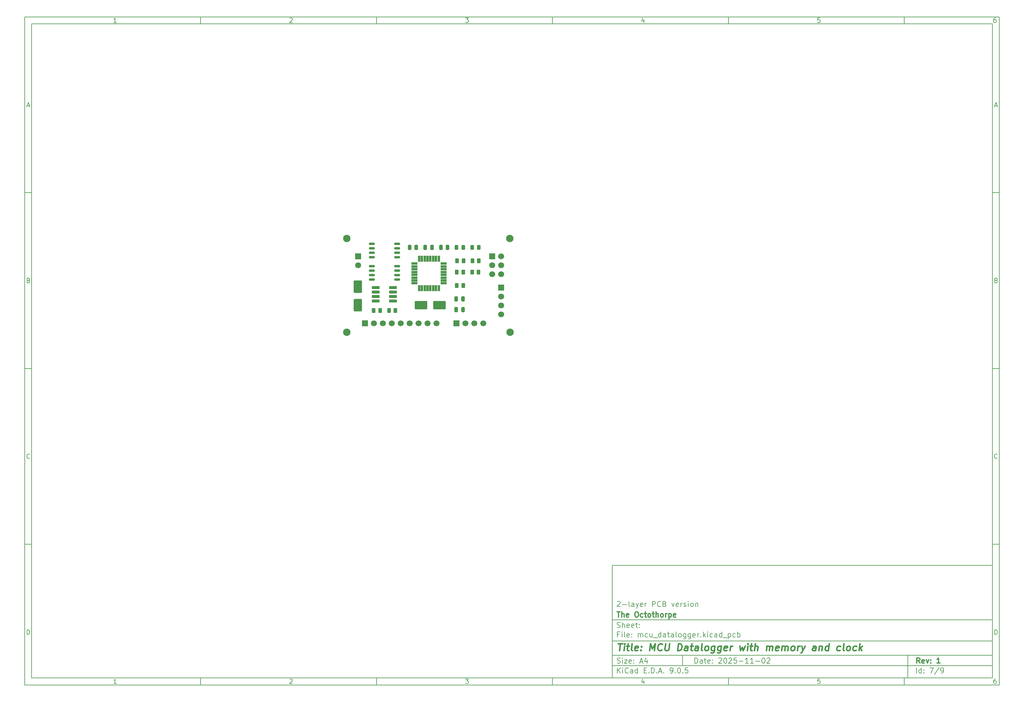
<source format=gbr>
%TF.GenerationSoftware,KiCad,Pcbnew,9.0.5*%
%TF.CreationDate,2025-11-03T15:57:16+06:00*%
%TF.ProjectId,mcu_datalogger,6d63755f-6461-4746-916c-6f676765722e,1*%
%TF.SameCoordinates,Original*%
%TF.FileFunction,Soldermask,Top*%
%TF.FilePolarity,Negative*%
%FSLAX46Y46*%
G04 Gerber Fmt 4.6, Leading zero omitted, Abs format (unit mm)*
G04 Created by KiCad (PCBNEW 9.0.5) date 2025-11-03 15:57:16*
%MOMM*%
%LPD*%
G01*
G04 APERTURE LIST*
G04 Aperture macros list*
%AMRoundRect*
0 Rectangle with rounded corners*
0 $1 Rounding radius*
0 $2 $3 $4 $5 $6 $7 $8 $9 X,Y pos of 4 corners*
0 Add a 4 corners polygon primitive as box body*
4,1,4,$2,$3,$4,$5,$6,$7,$8,$9,$2,$3,0*
0 Add four circle primitives for the rounded corners*
1,1,$1+$1,$2,$3*
1,1,$1+$1,$4,$5*
1,1,$1+$1,$6,$7*
1,1,$1+$1,$8,$9*
0 Add four rect primitives between the rounded corners*
20,1,$1+$1,$2,$3,$4,$5,0*
20,1,$1+$1,$4,$5,$6,$7,0*
20,1,$1+$1,$6,$7,$8,$9,0*
20,1,$1+$1,$8,$9,$2,$3,0*%
G04 Aperture macros list end*
%ADD10C,0.100000*%
%ADD11C,0.150000*%
%ADD12C,0.300000*%
%ADD13C,0.400000*%
%ADD14RoundRect,0.099250X-0.987750X-0.297750X0.987750X-0.297750X0.987750X0.297750X-0.987750X0.297750X0*%
%ADD15RoundRect,0.250000X-0.250000X-0.475000X0.250000X-0.475000X0.250000X0.475000X-0.250000X0.475000X0*%
%ADD16RoundRect,0.250000X0.250000X0.475000X-0.250000X0.475000X-0.250000X-0.475000X0.250000X-0.475000X0*%
%ADD17R,1.700000X1.700000*%
%ADD18C,1.700000*%
%ADD19RoundRect,0.250000X-0.262500X-0.450000X0.262500X-0.450000X0.262500X0.450000X-0.262500X0.450000X0*%
%ADD20C,2.100000*%
%ADD21RoundRect,0.250000X0.262500X0.450000X-0.262500X0.450000X-0.262500X-0.450000X0.262500X-0.450000X0*%
%ADD22RoundRect,0.162500X-0.650000X-0.162500X0.650000X-0.162500X0.650000X0.162500X-0.650000X0.162500X0*%
%ADD23RoundRect,0.250001X0.949999X-1.499999X0.949999X1.499999X-0.949999X1.499999X-0.949999X-1.499999X0*%
%ADD24RoundRect,0.250001X1.499999X0.949999X-1.499999X0.949999X-1.499999X-0.949999X1.499999X-0.949999X0*%
%ADD25RoundRect,0.243750X-0.243750X-0.456250X0.243750X-0.456250X0.243750X0.456250X-0.243750X0.456250X0*%
%ADD26RoundRect,0.094250X-0.742750X-0.282750X0.742750X-0.282750X0.742750X0.282750X-0.742750X0.282750X0*%
%ADD27RoundRect,0.094250X-0.282750X-0.742750X0.282750X-0.742750X0.282750X0.742750X-0.282750X0.742750X0*%
G04 APERTURE END LIST*
D10*
D11*
X177002200Y-166007200D02*
X285002200Y-166007200D01*
X285002200Y-198007200D01*
X177002200Y-198007200D01*
X177002200Y-166007200D01*
D10*
D11*
X10000000Y-10000000D02*
X287002200Y-10000000D01*
X287002200Y-200007200D01*
X10000000Y-200007200D01*
X10000000Y-10000000D01*
D10*
D11*
X12000000Y-12000000D02*
X285002200Y-12000000D01*
X285002200Y-198007200D01*
X12000000Y-198007200D01*
X12000000Y-12000000D01*
D10*
D11*
X60000000Y-12000000D02*
X60000000Y-10000000D01*
D10*
D11*
X110000000Y-12000000D02*
X110000000Y-10000000D01*
D10*
D11*
X160000000Y-12000000D02*
X160000000Y-10000000D01*
D10*
D11*
X210000000Y-12000000D02*
X210000000Y-10000000D01*
D10*
D11*
X260000000Y-12000000D02*
X260000000Y-10000000D01*
D10*
D11*
X36089160Y-11593604D02*
X35346303Y-11593604D01*
X35717731Y-11593604D02*
X35717731Y-10293604D01*
X35717731Y-10293604D02*
X35593922Y-10479319D01*
X35593922Y-10479319D02*
X35470112Y-10603128D01*
X35470112Y-10603128D02*
X35346303Y-10665033D01*
D10*
D11*
X85346303Y-10417414D02*
X85408207Y-10355509D01*
X85408207Y-10355509D02*
X85532017Y-10293604D01*
X85532017Y-10293604D02*
X85841541Y-10293604D01*
X85841541Y-10293604D02*
X85965350Y-10355509D01*
X85965350Y-10355509D02*
X86027255Y-10417414D01*
X86027255Y-10417414D02*
X86089160Y-10541223D01*
X86089160Y-10541223D02*
X86089160Y-10665033D01*
X86089160Y-10665033D02*
X86027255Y-10850747D01*
X86027255Y-10850747D02*
X85284398Y-11593604D01*
X85284398Y-11593604D02*
X86089160Y-11593604D01*
D10*
D11*
X135284398Y-10293604D02*
X136089160Y-10293604D01*
X136089160Y-10293604D02*
X135655826Y-10788842D01*
X135655826Y-10788842D02*
X135841541Y-10788842D01*
X135841541Y-10788842D02*
X135965350Y-10850747D01*
X135965350Y-10850747D02*
X136027255Y-10912652D01*
X136027255Y-10912652D02*
X136089160Y-11036461D01*
X136089160Y-11036461D02*
X136089160Y-11345985D01*
X136089160Y-11345985D02*
X136027255Y-11469795D01*
X136027255Y-11469795D02*
X135965350Y-11531700D01*
X135965350Y-11531700D02*
X135841541Y-11593604D01*
X135841541Y-11593604D02*
X135470112Y-11593604D01*
X135470112Y-11593604D02*
X135346303Y-11531700D01*
X135346303Y-11531700D02*
X135284398Y-11469795D01*
D10*
D11*
X185965350Y-10726938D02*
X185965350Y-11593604D01*
X185655826Y-10231700D02*
X185346303Y-11160271D01*
X185346303Y-11160271D02*
X186151064Y-11160271D01*
D10*
D11*
X236027255Y-10293604D02*
X235408207Y-10293604D01*
X235408207Y-10293604D02*
X235346303Y-10912652D01*
X235346303Y-10912652D02*
X235408207Y-10850747D01*
X235408207Y-10850747D02*
X235532017Y-10788842D01*
X235532017Y-10788842D02*
X235841541Y-10788842D01*
X235841541Y-10788842D02*
X235965350Y-10850747D01*
X235965350Y-10850747D02*
X236027255Y-10912652D01*
X236027255Y-10912652D02*
X236089160Y-11036461D01*
X236089160Y-11036461D02*
X236089160Y-11345985D01*
X236089160Y-11345985D02*
X236027255Y-11469795D01*
X236027255Y-11469795D02*
X235965350Y-11531700D01*
X235965350Y-11531700D02*
X235841541Y-11593604D01*
X235841541Y-11593604D02*
X235532017Y-11593604D01*
X235532017Y-11593604D02*
X235408207Y-11531700D01*
X235408207Y-11531700D02*
X235346303Y-11469795D01*
D10*
D11*
X285965350Y-10293604D02*
X285717731Y-10293604D01*
X285717731Y-10293604D02*
X285593922Y-10355509D01*
X285593922Y-10355509D02*
X285532017Y-10417414D01*
X285532017Y-10417414D02*
X285408207Y-10603128D01*
X285408207Y-10603128D02*
X285346303Y-10850747D01*
X285346303Y-10850747D02*
X285346303Y-11345985D01*
X285346303Y-11345985D02*
X285408207Y-11469795D01*
X285408207Y-11469795D02*
X285470112Y-11531700D01*
X285470112Y-11531700D02*
X285593922Y-11593604D01*
X285593922Y-11593604D02*
X285841541Y-11593604D01*
X285841541Y-11593604D02*
X285965350Y-11531700D01*
X285965350Y-11531700D02*
X286027255Y-11469795D01*
X286027255Y-11469795D02*
X286089160Y-11345985D01*
X286089160Y-11345985D02*
X286089160Y-11036461D01*
X286089160Y-11036461D02*
X286027255Y-10912652D01*
X286027255Y-10912652D02*
X285965350Y-10850747D01*
X285965350Y-10850747D02*
X285841541Y-10788842D01*
X285841541Y-10788842D02*
X285593922Y-10788842D01*
X285593922Y-10788842D02*
X285470112Y-10850747D01*
X285470112Y-10850747D02*
X285408207Y-10912652D01*
X285408207Y-10912652D02*
X285346303Y-11036461D01*
D10*
D11*
X60000000Y-198007200D02*
X60000000Y-200007200D01*
D10*
D11*
X110000000Y-198007200D02*
X110000000Y-200007200D01*
D10*
D11*
X160000000Y-198007200D02*
X160000000Y-200007200D01*
D10*
D11*
X210000000Y-198007200D02*
X210000000Y-200007200D01*
D10*
D11*
X260000000Y-198007200D02*
X260000000Y-200007200D01*
D10*
D11*
X36089160Y-199600804D02*
X35346303Y-199600804D01*
X35717731Y-199600804D02*
X35717731Y-198300804D01*
X35717731Y-198300804D02*
X35593922Y-198486519D01*
X35593922Y-198486519D02*
X35470112Y-198610328D01*
X35470112Y-198610328D02*
X35346303Y-198672233D01*
D10*
D11*
X85346303Y-198424614D02*
X85408207Y-198362709D01*
X85408207Y-198362709D02*
X85532017Y-198300804D01*
X85532017Y-198300804D02*
X85841541Y-198300804D01*
X85841541Y-198300804D02*
X85965350Y-198362709D01*
X85965350Y-198362709D02*
X86027255Y-198424614D01*
X86027255Y-198424614D02*
X86089160Y-198548423D01*
X86089160Y-198548423D02*
X86089160Y-198672233D01*
X86089160Y-198672233D02*
X86027255Y-198857947D01*
X86027255Y-198857947D02*
X85284398Y-199600804D01*
X85284398Y-199600804D02*
X86089160Y-199600804D01*
D10*
D11*
X135284398Y-198300804D02*
X136089160Y-198300804D01*
X136089160Y-198300804D02*
X135655826Y-198796042D01*
X135655826Y-198796042D02*
X135841541Y-198796042D01*
X135841541Y-198796042D02*
X135965350Y-198857947D01*
X135965350Y-198857947D02*
X136027255Y-198919852D01*
X136027255Y-198919852D02*
X136089160Y-199043661D01*
X136089160Y-199043661D02*
X136089160Y-199353185D01*
X136089160Y-199353185D02*
X136027255Y-199476995D01*
X136027255Y-199476995D02*
X135965350Y-199538900D01*
X135965350Y-199538900D02*
X135841541Y-199600804D01*
X135841541Y-199600804D02*
X135470112Y-199600804D01*
X135470112Y-199600804D02*
X135346303Y-199538900D01*
X135346303Y-199538900D02*
X135284398Y-199476995D01*
D10*
D11*
X185965350Y-198734138D02*
X185965350Y-199600804D01*
X185655826Y-198238900D02*
X185346303Y-199167471D01*
X185346303Y-199167471D02*
X186151064Y-199167471D01*
D10*
D11*
X236027255Y-198300804D02*
X235408207Y-198300804D01*
X235408207Y-198300804D02*
X235346303Y-198919852D01*
X235346303Y-198919852D02*
X235408207Y-198857947D01*
X235408207Y-198857947D02*
X235532017Y-198796042D01*
X235532017Y-198796042D02*
X235841541Y-198796042D01*
X235841541Y-198796042D02*
X235965350Y-198857947D01*
X235965350Y-198857947D02*
X236027255Y-198919852D01*
X236027255Y-198919852D02*
X236089160Y-199043661D01*
X236089160Y-199043661D02*
X236089160Y-199353185D01*
X236089160Y-199353185D02*
X236027255Y-199476995D01*
X236027255Y-199476995D02*
X235965350Y-199538900D01*
X235965350Y-199538900D02*
X235841541Y-199600804D01*
X235841541Y-199600804D02*
X235532017Y-199600804D01*
X235532017Y-199600804D02*
X235408207Y-199538900D01*
X235408207Y-199538900D02*
X235346303Y-199476995D01*
D10*
D11*
X285965350Y-198300804D02*
X285717731Y-198300804D01*
X285717731Y-198300804D02*
X285593922Y-198362709D01*
X285593922Y-198362709D02*
X285532017Y-198424614D01*
X285532017Y-198424614D02*
X285408207Y-198610328D01*
X285408207Y-198610328D02*
X285346303Y-198857947D01*
X285346303Y-198857947D02*
X285346303Y-199353185D01*
X285346303Y-199353185D02*
X285408207Y-199476995D01*
X285408207Y-199476995D02*
X285470112Y-199538900D01*
X285470112Y-199538900D02*
X285593922Y-199600804D01*
X285593922Y-199600804D02*
X285841541Y-199600804D01*
X285841541Y-199600804D02*
X285965350Y-199538900D01*
X285965350Y-199538900D02*
X286027255Y-199476995D01*
X286027255Y-199476995D02*
X286089160Y-199353185D01*
X286089160Y-199353185D02*
X286089160Y-199043661D01*
X286089160Y-199043661D02*
X286027255Y-198919852D01*
X286027255Y-198919852D02*
X285965350Y-198857947D01*
X285965350Y-198857947D02*
X285841541Y-198796042D01*
X285841541Y-198796042D02*
X285593922Y-198796042D01*
X285593922Y-198796042D02*
X285470112Y-198857947D01*
X285470112Y-198857947D02*
X285408207Y-198919852D01*
X285408207Y-198919852D02*
X285346303Y-199043661D01*
D10*
D11*
X10000000Y-60000000D02*
X12000000Y-60000000D01*
D10*
D11*
X10000000Y-110000000D02*
X12000000Y-110000000D01*
D10*
D11*
X10000000Y-160000000D02*
X12000000Y-160000000D01*
D10*
D11*
X10690476Y-35222176D02*
X11309523Y-35222176D01*
X10566666Y-35593604D02*
X10999999Y-34293604D01*
X10999999Y-34293604D02*
X11433333Y-35593604D01*
D10*
D11*
X11092857Y-84912652D02*
X11278571Y-84974557D01*
X11278571Y-84974557D02*
X11340476Y-85036461D01*
X11340476Y-85036461D02*
X11402380Y-85160271D01*
X11402380Y-85160271D02*
X11402380Y-85345985D01*
X11402380Y-85345985D02*
X11340476Y-85469795D01*
X11340476Y-85469795D02*
X11278571Y-85531700D01*
X11278571Y-85531700D02*
X11154761Y-85593604D01*
X11154761Y-85593604D02*
X10659523Y-85593604D01*
X10659523Y-85593604D02*
X10659523Y-84293604D01*
X10659523Y-84293604D02*
X11092857Y-84293604D01*
X11092857Y-84293604D02*
X11216666Y-84355509D01*
X11216666Y-84355509D02*
X11278571Y-84417414D01*
X11278571Y-84417414D02*
X11340476Y-84541223D01*
X11340476Y-84541223D02*
X11340476Y-84665033D01*
X11340476Y-84665033D02*
X11278571Y-84788842D01*
X11278571Y-84788842D02*
X11216666Y-84850747D01*
X11216666Y-84850747D02*
X11092857Y-84912652D01*
X11092857Y-84912652D02*
X10659523Y-84912652D01*
D10*
D11*
X11402380Y-135469795D02*
X11340476Y-135531700D01*
X11340476Y-135531700D02*
X11154761Y-135593604D01*
X11154761Y-135593604D02*
X11030952Y-135593604D01*
X11030952Y-135593604D02*
X10845238Y-135531700D01*
X10845238Y-135531700D02*
X10721428Y-135407890D01*
X10721428Y-135407890D02*
X10659523Y-135284080D01*
X10659523Y-135284080D02*
X10597619Y-135036461D01*
X10597619Y-135036461D02*
X10597619Y-134850747D01*
X10597619Y-134850747D02*
X10659523Y-134603128D01*
X10659523Y-134603128D02*
X10721428Y-134479319D01*
X10721428Y-134479319D02*
X10845238Y-134355509D01*
X10845238Y-134355509D02*
X11030952Y-134293604D01*
X11030952Y-134293604D02*
X11154761Y-134293604D01*
X11154761Y-134293604D02*
X11340476Y-134355509D01*
X11340476Y-134355509D02*
X11402380Y-134417414D01*
D10*
D11*
X10659523Y-185593604D02*
X10659523Y-184293604D01*
X10659523Y-184293604D02*
X10969047Y-184293604D01*
X10969047Y-184293604D02*
X11154761Y-184355509D01*
X11154761Y-184355509D02*
X11278571Y-184479319D01*
X11278571Y-184479319D02*
X11340476Y-184603128D01*
X11340476Y-184603128D02*
X11402380Y-184850747D01*
X11402380Y-184850747D02*
X11402380Y-185036461D01*
X11402380Y-185036461D02*
X11340476Y-185284080D01*
X11340476Y-185284080D02*
X11278571Y-185407890D01*
X11278571Y-185407890D02*
X11154761Y-185531700D01*
X11154761Y-185531700D02*
X10969047Y-185593604D01*
X10969047Y-185593604D02*
X10659523Y-185593604D01*
D10*
D11*
X287002200Y-60000000D02*
X285002200Y-60000000D01*
D10*
D11*
X287002200Y-110000000D02*
X285002200Y-110000000D01*
D10*
D11*
X287002200Y-160000000D02*
X285002200Y-160000000D01*
D10*
D11*
X285692676Y-35222176D02*
X286311723Y-35222176D01*
X285568866Y-35593604D02*
X286002199Y-34293604D01*
X286002199Y-34293604D02*
X286435533Y-35593604D01*
D10*
D11*
X286095057Y-84912652D02*
X286280771Y-84974557D01*
X286280771Y-84974557D02*
X286342676Y-85036461D01*
X286342676Y-85036461D02*
X286404580Y-85160271D01*
X286404580Y-85160271D02*
X286404580Y-85345985D01*
X286404580Y-85345985D02*
X286342676Y-85469795D01*
X286342676Y-85469795D02*
X286280771Y-85531700D01*
X286280771Y-85531700D02*
X286156961Y-85593604D01*
X286156961Y-85593604D02*
X285661723Y-85593604D01*
X285661723Y-85593604D02*
X285661723Y-84293604D01*
X285661723Y-84293604D02*
X286095057Y-84293604D01*
X286095057Y-84293604D02*
X286218866Y-84355509D01*
X286218866Y-84355509D02*
X286280771Y-84417414D01*
X286280771Y-84417414D02*
X286342676Y-84541223D01*
X286342676Y-84541223D02*
X286342676Y-84665033D01*
X286342676Y-84665033D02*
X286280771Y-84788842D01*
X286280771Y-84788842D02*
X286218866Y-84850747D01*
X286218866Y-84850747D02*
X286095057Y-84912652D01*
X286095057Y-84912652D02*
X285661723Y-84912652D01*
D10*
D11*
X286404580Y-135469795D02*
X286342676Y-135531700D01*
X286342676Y-135531700D02*
X286156961Y-135593604D01*
X286156961Y-135593604D02*
X286033152Y-135593604D01*
X286033152Y-135593604D02*
X285847438Y-135531700D01*
X285847438Y-135531700D02*
X285723628Y-135407890D01*
X285723628Y-135407890D02*
X285661723Y-135284080D01*
X285661723Y-135284080D02*
X285599819Y-135036461D01*
X285599819Y-135036461D02*
X285599819Y-134850747D01*
X285599819Y-134850747D02*
X285661723Y-134603128D01*
X285661723Y-134603128D02*
X285723628Y-134479319D01*
X285723628Y-134479319D02*
X285847438Y-134355509D01*
X285847438Y-134355509D02*
X286033152Y-134293604D01*
X286033152Y-134293604D02*
X286156961Y-134293604D01*
X286156961Y-134293604D02*
X286342676Y-134355509D01*
X286342676Y-134355509D02*
X286404580Y-134417414D01*
D10*
D11*
X285661723Y-185593604D02*
X285661723Y-184293604D01*
X285661723Y-184293604D02*
X285971247Y-184293604D01*
X285971247Y-184293604D02*
X286156961Y-184355509D01*
X286156961Y-184355509D02*
X286280771Y-184479319D01*
X286280771Y-184479319D02*
X286342676Y-184603128D01*
X286342676Y-184603128D02*
X286404580Y-184850747D01*
X286404580Y-184850747D02*
X286404580Y-185036461D01*
X286404580Y-185036461D02*
X286342676Y-185284080D01*
X286342676Y-185284080D02*
X286280771Y-185407890D01*
X286280771Y-185407890D02*
X286156961Y-185531700D01*
X286156961Y-185531700D02*
X285971247Y-185593604D01*
X285971247Y-185593604D02*
X285661723Y-185593604D01*
D10*
D11*
X200458026Y-193793328D02*
X200458026Y-192293328D01*
X200458026Y-192293328D02*
X200815169Y-192293328D01*
X200815169Y-192293328D02*
X201029455Y-192364757D01*
X201029455Y-192364757D02*
X201172312Y-192507614D01*
X201172312Y-192507614D02*
X201243741Y-192650471D01*
X201243741Y-192650471D02*
X201315169Y-192936185D01*
X201315169Y-192936185D02*
X201315169Y-193150471D01*
X201315169Y-193150471D02*
X201243741Y-193436185D01*
X201243741Y-193436185D02*
X201172312Y-193579042D01*
X201172312Y-193579042D02*
X201029455Y-193721900D01*
X201029455Y-193721900D02*
X200815169Y-193793328D01*
X200815169Y-193793328D02*
X200458026Y-193793328D01*
X202600884Y-193793328D02*
X202600884Y-193007614D01*
X202600884Y-193007614D02*
X202529455Y-192864757D01*
X202529455Y-192864757D02*
X202386598Y-192793328D01*
X202386598Y-192793328D02*
X202100884Y-192793328D01*
X202100884Y-192793328D02*
X201958026Y-192864757D01*
X202600884Y-193721900D02*
X202458026Y-193793328D01*
X202458026Y-193793328D02*
X202100884Y-193793328D01*
X202100884Y-193793328D02*
X201958026Y-193721900D01*
X201958026Y-193721900D02*
X201886598Y-193579042D01*
X201886598Y-193579042D02*
X201886598Y-193436185D01*
X201886598Y-193436185D02*
X201958026Y-193293328D01*
X201958026Y-193293328D02*
X202100884Y-193221900D01*
X202100884Y-193221900D02*
X202458026Y-193221900D01*
X202458026Y-193221900D02*
X202600884Y-193150471D01*
X203100884Y-192793328D02*
X203672312Y-192793328D01*
X203315169Y-192293328D02*
X203315169Y-193579042D01*
X203315169Y-193579042D02*
X203386598Y-193721900D01*
X203386598Y-193721900D02*
X203529455Y-193793328D01*
X203529455Y-193793328D02*
X203672312Y-193793328D01*
X204743741Y-193721900D02*
X204600884Y-193793328D01*
X204600884Y-193793328D02*
X204315170Y-193793328D01*
X204315170Y-193793328D02*
X204172312Y-193721900D01*
X204172312Y-193721900D02*
X204100884Y-193579042D01*
X204100884Y-193579042D02*
X204100884Y-193007614D01*
X204100884Y-193007614D02*
X204172312Y-192864757D01*
X204172312Y-192864757D02*
X204315170Y-192793328D01*
X204315170Y-192793328D02*
X204600884Y-192793328D01*
X204600884Y-192793328D02*
X204743741Y-192864757D01*
X204743741Y-192864757D02*
X204815170Y-193007614D01*
X204815170Y-193007614D02*
X204815170Y-193150471D01*
X204815170Y-193150471D02*
X204100884Y-193293328D01*
X205458026Y-193650471D02*
X205529455Y-193721900D01*
X205529455Y-193721900D02*
X205458026Y-193793328D01*
X205458026Y-193793328D02*
X205386598Y-193721900D01*
X205386598Y-193721900D02*
X205458026Y-193650471D01*
X205458026Y-193650471D02*
X205458026Y-193793328D01*
X205458026Y-192864757D02*
X205529455Y-192936185D01*
X205529455Y-192936185D02*
X205458026Y-193007614D01*
X205458026Y-193007614D02*
X205386598Y-192936185D01*
X205386598Y-192936185D02*
X205458026Y-192864757D01*
X205458026Y-192864757D02*
X205458026Y-193007614D01*
X207243741Y-192436185D02*
X207315169Y-192364757D01*
X207315169Y-192364757D02*
X207458027Y-192293328D01*
X207458027Y-192293328D02*
X207815169Y-192293328D01*
X207815169Y-192293328D02*
X207958027Y-192364757D01*
X207958027Y-192364757D02*
X208029455Y-192436185D01*
X208029455Y-192436185D02*
X208100884Y-192579042D01*
X208100884Y-192579042D02*
X208100884Y-192721900D01*
X208100884Y-192721900D02*
X208029455Y-192936185D01*
X208029455Y-192936185D02*
X207172312Y-193793328D01*
X207172312Y-193793328D02*
X208100884Y-193793328D01*
X209029455Y-192293328D02*
X209172312Y-192293328D01*
X209172312Y-192293328D02*
X209315169Y-192364757D01*
X209315169Y-192364757D02*
X209386598Y-192436185D01*
X209386598Y-192436185D02*
X209458026Y-192579042D01*
X209458026Y-192579042D02*
X209529455Y-192864757D01*
X209529455Y-192864757D02*
X209529455Y-193221900D01*
X209529455Y-193221900D02*
X209458026Y-193507614D01*
X209458026Y-193507614D02*
X209386598Y-193650471D01*
X209386598Y-193650471D02*
X209315169Y-193721900D01*
X209315169Y-193721900D02*
X209172312Y-193793328D01*
X209172312Y-193793328D02*
X209029455Y-193793328D01*
X209029455Y-193793328D02*
X208886598Y-193721900D01*
X208886598Y-193721900D02*
X208815169Y-193650471D01*
X208815169Y-193650471D02*
X208743740Y-193507614D01*
X208743740Y-193507614D02*
X208672312Y-193221900D01*
X208672312Y-193221900D02*
X208672312Y-192864757D01*
X208672312Y-192864757D02*
X208743740Y-192579042D01*
X208743740Y-192579042D02*
X208815169Y-192436185D01*
X208815169Y-192436185D02*
X208886598Y-192364757D01*
X208886598Y-192364757D02*
X209029455Y-192293328D01*
X210100883Y-192436185D02*
X210172311Y-192364757D01*
X210172311Y-192364757D02*
X210315169Y-192293328D01*
X210315169Y-192293328D02*
X210672311Y-192293328D01*
X210672311Y-192293328D02*
X210815169Y-192364757D01*
X210815169Y-192364757D02*
X210886597Y-192436185D01*
X210886597Y-192436185D02*
X210958026Y-192579042D01*
X210958026Y-192579042D02*
X210958026Y-192721900D01*
X210958026Y-192721900D02*
X210886597Y-192936185D01*
X210886597Y-192936185D02*
X210029454Y-193793328D01*
X210029454Y-193793328D02*
X210958026Y-193793328D01*
X212315168Y-192293328D02*
X211600882Y-192293328D01*
X211600882Y-192293328D02*
X211529454Y-193007614D01*
X211529454Y-193007614D02*
X211600882Y-192936185D01*
X211600882Y-192936185D02*
X211743740Y-192864757D01*
X211743740Y-192864757D02*
X212100882Y-192864757D01*
X212100882Y-192864757D02*
X212243740Y-192936185D01*
X212243740Y-192936185D02*
X212315168Y-193007614D01*
X212315168Y-193007614D02*
X212386597Y-193150471D01*
X212386597Y-193150471D02*
X212386597Y-193507614D01*
X212386597Y-193507614D02*
X212315168Y-193650471D01*
X212315168Y-193650471D02*
X212243740Y-193721900D01*
X212243740Y-193721900D02*
X212100882Y-193793328D01*
X212100882Y-193793328D02*
X211743740Y-193793328D01*
X211743740Y-193793328D02*
X211600882Y-193721900D01*
X211600882Y-193721900D02*
X211529454Y-193650471D01*
X213029453Y-193221900D02*
X214172311Y-193221900D01*
X215672311Y-193793328D02*
X214815168Y-193793328D01*
X215243739Y-193793328D02*
X215243739Y-192293328D01*
X215243739Y-192293328D02*
X215100882Y-192507614D01*
X215100882Y-192507614D02*
X214958025Y-192650471D01*
X214958025Y-192650471D02*
X214815168Y-192721900D01*
X217100882Y-193793328D02*
X216243739Y-193793328D01*
X216672310Y-193793328D02*
X216672310Y-192293328D01*
X216672310Y-192293328D02*
X216529453Y-192507614D01*
X216529453Y-192507614D02*
X216386596Y-192650471D01*
X216386596Y-192650471D02*
X216243739Y-192721900D01*
X217743738Y-193221900D02*
X218886596Y-193221900D01*
X219886596Y-192293328D02*
X220029453Y-192293328D01*
X220029453Y-192293328D02*
X220172310Y-192364757D01*
X220172310Y-192364757D02*
X220243739Y-192436185D01*
X220243739Y-192436185D02*
X220315167Y-192579042D01*
X220315167Y-192579042D02*
X220386596Y-192864757D01*
X220386596Y-192864757D02*
X220386596Y-193221900D01*
X220386596Y-193221900D02*
X220315167Y-193507614D01*
X220315167Y-193507614D02*
X220243739Y-193650471D01*
X220243739Y-193650471D02*
X220172310Y-193721900D01*
X220172310Y-193721900D02*
X220029453Y-193793328D01*
X220029453Y-193793328D02*
X219886596Y-193793328D01*
X219886596Y-193793328D02*
X219743739Y-193721900D01*
X219743739Y-193721900D02*
X219672310Y-193650471D01*
X219672310Y-193650471D02*
X219600881Y-193507614D01*
X219600881Y-193507614D02*
X219529453Y-193221900D01*
X219529453Y-193221900D02*
X219529453Y-192864757D01*
X219529453Y-192864757D02*
X219600881Y-192579042D01*
X219600881Y-192579042D02*
X219672310Y-192436185D01*
X219672310Y-192436185D02*
X219743739Y-192364757D01*
X219743739Y-192364757D02*
X219886596Y-192293328D01*
X220958024Y-192436185D02*
X221029452Y-192364757D01*
X221029452Y-192364757D02*
X221172310Y-192293328D01*
X221172310Y-192293328D02*
X221529452Y-192293328D01*
X221529452Y-192293328D02*
X221672310Y-192364757D01*
X221672310Y-192364757D02*
X221743738Y-192436185D01*
X221743738Y-192436185D02*
X221815167Y-192579042D01*
X221815167Y-192579042D02*
X221815167Y-192721900D01*
X221815167Y-192721900D02*
X221743738Y-192936185D01*
X221743738Y-192936185D02*
X220886595Y-193793328D01*
X220886595Y-193793328D02*
X221815167Y-193793328D01*
D10*
D11*
X177002200Y-194507200D02*
X285002200Y-194507200D01*
D10*
D11*
X178458026Y-196593328D02*
X178458026Y-195093328D01*
X179315169Y-196593328D02*
X178672312Y-195736185D01*
X179315169Y-195093328D02*
X178458026Y-195950471D01*
X179958026Y-196593328D02*
X179958026Y-195593328D01*
X179958026Y-195093328D02*
X179886598Y-195164757D01*
X179886598Y-195164757D02*
X179958026Y-195236185D01*
X179958026Y-195236185D02*
X180029455Y-195164757D01*
X180029455Y-195164757D02*
X179958026Y-195093328D01*
X179958026Y-195093328D02*
X179958026Y-195236185D01*
X181529455Y-196450471D02*
X181458027Y-196521900D01*
X181458027Y-196521900D02*
X181243741Y-196593328D01*
X181243741Y-196593328D02*
X181100884Y-196593328D01*
X181100884Y-196593328D02*
X180886598Y-196521900D01*
X180886598Y-196521900D02*
X180743741Y-196379042D01*
X180743741Y-196379042D02*
X180672312Y-196236185D01*
X180672312Y-196236185D02*
X180600884Y-195950471D01*
X180600884Y-195950471D02*
X180600884Y-195736185D01*
X180600884Y-195736185D02*
X180672312Y-195450471D01*
X180672312Y-195450471D02*
X180743741Y-195307614D01*
X180743741Y-195307614D02*
X180886598Y-195164757D01*
X180886598Y-195164757D02*
X181100884Y-195093328D01*
X181100884Y-195093328D02*
X181243741Y-195093328D01*
X181243741Y-195093328D02*
X181458027Y-195164757D01*
X181458027Y-195164757D02*
X181529455Y-195236185D01*
X182815170Y-196593328D02*
X182815170Y-195807614D01*
X182815170Y-195807614D02*
X182743741Y-195664757D01*
X182743741Y-195664757D02*
X182600884Y-195593328D01*
X182600884Y-195593328D02*
X182315170Y-195593328D01*
X182315170Y-195593328D02*
X182172312Y-195664757D01*
X182815170Y-196521900D02*
X182672312Y-196593328D01*
X182672312Y-196593328D02*
X182315170Y-196593328D01*
X182315170Y-196593328D02*
X182172312Y-196521900D01*
X182172312Y-196521900D02*
X182100884Y-196379042D01*
X182100884Y-196379042D02*
X182100884Y-196236185D01*
X182100884Y-196236185D02*
X182172312Y-196093328D01*
X182172312Y-196093328D02*
X182315170Y-196021900D01*
X182315170Y-196021900D02*
X182672312Y-196021900D01*
X182672312Y-196021900D02*
X182815170Y-195950471D01*
X184172313Y-196593328D02*
X184172313Y-195093328D01*
X184172313Y-196521900D02*
X184029455Y-196593328D01*
X184029455Y-196593328D02*
X183743741Y-196593328D01*
X183743741Y-196593328D02*
X183600884Y-196521900D01*
X183600884Y-196521900D02*
X183529455Y-196450471D01*
X183529455Y-196450471D02*
X183458027Y-196307614D01*
X183458027Y-196307614D02*
X183458027Y-195879042D01*
X183458027Y-195879042D02*
X183529455Y-195736185D01*
X183529455Y-195736185D02*
X183600884Y-195664757D01*
X183600884Y-195664757D02*
X183743741Y-195593328D01*
X183743741Y-195593328D02*
X184029455Y-195593328D01*
X184029455Y-195593328D02*
X184172313Y-195664757D01*
X186029455Y-195807614D02*
X186529455Y-195807614D01*
X186743741Y-196593328D02*
X186029455Y-196593328D01*
X186029455Y-196593328D02*
X186029455Y-195093328D01*
X186029455Y-195093328D02*
X186743741Y-195093328D01*
X187386598Y-196450471D02*
X187458027Y-196521900D01*
X187458027Y-196521900D02*
X187386598Y-196593328D01*
X187386598Y-196593328D02*
X187315170Y-196521900D01*
X187315170Y-196521900D02*
X187386598Y-196450471D01*
X187386598Y-196450471D02*
X187386598Y-196593328D01*
X188100884Y-196593328D02*
X188100884Y-195093328D01*
X188100884Y-195093328D02*
X188458027Y-195093328D01*
X188458027Y-195093328D02*
X188672313Y-195164757D01*
X188672313Y-195164757D02*
X188815170Y-195307614D01*
X188815170Y-195307614D02*
X188886599Y-195450471D01*
X188886599Y-195450471D02*
X188958027Y-195736185D01*
X188958027Y-195736185D02*
X188958027Y-195950471D01*
X188958027Y-195950471D02*
X188886599Y-196236185D01*
X188886599Y-196236185D02*
X188815170Y-196379042D01*
X188815170Y-196379042D02*
X188672313Y-196521900D01*
X188672313Y-196521900D02*
X188458027Y-196593328D01*
X188458027Y-196593328D02*
X188100884Y-196593328D01*
X189600884Y-196450471D02*
X189672313Y-196521900D01*
X189672313Y-196521900D02*
X189600884Y-196593328D01*
X189600884Y-196593328D02*
X189529456Y-196521900D01*
X189529456Y-196521900D02*
X189600884Y-196450471D01*
X189600884Y-196450471D02*
X189600884Y-196593328D01*
X190243742Y-196164757D02*
X190958028Y-196164757D01*
X190100885Y-196593328D02*
X190600885Y-195093328D01*
X190600885Y-195093328D02*
X191100885Y-196593328D01*
X191600884Y-196450471D02*
X191672313Y-196521900D01*
X191672313Y-196521900D02*
X191600884Y-196593328D01*
X191600884Y-196593328D02*
X191529456Y-196521900D01*
X191529456Y-196521900D02*
X191600884Y-196450471D01*
X191600884Y-196450471D02*
X191600884Y-196593328D01*
X193529456Y-196593328D02*
X193815170Y-196593328D01*
X193815170Y-196593328D02*
X193958027Y-196521900D01*
X193958027Y-196521900D02*
X194029456Y-196450471D01*
X194029456Y-196450471D02*
X194172313Y-196236185D01*
X194172313Y-196236185D02*
X194243742Y-195950471D01*
X194243742Y-195950471D02*
X194243742Y-195379042D01*
X194243742Y-195379042D02*
X194172313Y-195236185D01*
X194172313Y-195236185D02*
X194100885Y-195164757D01*
X194100885Y-195164757D02*
X193958027Y-195093328D01*
X193958027Y-195093328D02*
X193672313Y-195093328D01*
X193672313Y-195093328D02*
X193529456Y-195164757D01*
X193529456Y-195164757D02*
X193458027Y-195236185D01*
X193458027Y-195236185D02*
X193386599Y-195379042D01*
X193386599Y-195379042D02*
X193386599Y-195736185D01*
X193386599Y-195736185D02*
X193458027Y-195879042D01*
X193458027Y-195879042D02*
X193529456Y-195950471D01*
X193529456Y-195950471D02*
X193672313Y-196021900D01*
X193672313Y-196021900D02*
X193958027Y-196021900D01*
X193958027Y-196021900D02*
X194100885Y-195950471D01*
X194100885Y-195950471D02*
X194172313Y-195879042D01*
X194172313Y-195879042D02*
X194243742Y-195736185D01*
X194886598Y-196450471D02*
X194958027Y-196521900D01*
X194958027Y-196521900D02*
X194886598Y-196593328D01*
X194886598Y-196593328D02*
X194815170Y-196521900D01*
X194815170Y-196521900D02*
X194886598Y-196450471D01*
X194886598Y-196450471D02*
X194886598Y-196593328D01*
X195886599Y-195093328D02*
X196029456Y-195093328D01*
X196029456Y-195093328D02*
X196172313Y-195164757D01*
X196172313Y-195164757D02*
X196243742Y-195236185D01*
X196243742Y-195236185D02*
X196315170Y-195379042D01*
X196315170Y-195379042D02*
X196386599Y-195664757D01*
X196386599Y-195664757D02*
X196386599Y-196021900D01*
X196386599Y-196021900D02*
X196315170Y-196307614D01*
X196315170Y-196307614D02*
X196243742Y-196450471D01*
X196243742Y-196450471D02*
X196172313Y-196521900D01*
X196172313Y-196521900D02*
X196029456Y-196593328D01*
X196029456Y-196593328D02*
X195886599Y-196593328D01*
X195886599Y-196593328D02*
X195743742Y-196521900D01*
X195743742Y-196521900D02*
X195672313Y-196450471D01*
X195672313Y-196450471D02*
X195600884Y-196307614D01*
X195600884Y-196307614D02*
X195529456Y-196021900D01*
X195529456Y-196021900D02*
X195529456Y-195664757D01*
X195529456Y-195664757D02*
X195600884Y-195379042D01*
X195600884Y-195379042D02*
X195672313Y-195236185D01*
X195672313Y-195236185D02*
X195743742Y-195164757D01*
X195743742Y-195164757D02*
X195886599Y-195093328D01*
X197029455Y-196450471D02*
X197100884Y-196521900D01*
X197100884Y-196521900D02*
X197029455Y-196593328D01*
X197029455Y-196593328D02*
X196958027Y-196521900D01*
X196958027Y-196521900D02*
X197029455Y-196450471D01*
X197029455Y-196450471D02*
X197029455Y-196593328D01*
X198458027Y-195093328D02*
X197743741Y-195093328D01*
X197743741Y-195093328D02*
X197672313Y-195807614D01*
X197672313Y-195807614D02*
X197743741Y-195736185D01*
X197743741Y-195736185D02*
X197886599Y-195664757D01*
X197886599Y-195664757D02*
X198243741Y-195664757D01*
X198243741Y-195664757D02*
X198386599Y-195736185D01*
X198386599Y-195736185D02*
X198458027Y-195807614D01*
X198458027Y-195807614D02*
X198529456Y-195950471D01*
X198529456Y-195950471D02*
X198529456Y-196307614D01*
X198529456Y-196307614D02*
X198458027Y-196450471D01*
X198458027Y-196450471D02*
X198386599Y-196521900D01*
X198386599Y-196521900D02*
X198243741Y-196593328D01*
X198243741Y-196593328D02*
X197886599Y-196593328D01*
X197886599Y-196593328D02*
X197743741Y-196521900D01*
X197743741Y-196521900D02*
X197672313Y-196450471D01*
D10*
D11*
X177002200Y-191507200D02*
X285002200Y-191507200D01*
D10*
D12*
X264413853Y-193785528D02*
X263913853Y-193071242D01*
X263556710Y-193785528D02*
X263556710Y-192285528D01*
X263556710Y-192285528D02*
X264128139Y-192285528D01*
X264128139Y-192285528D02*
X264270996Y-192356957D01*
X264270996Y-192356957D02*
X264342425Y-192428385D01*
X264342425Y-192428385D02*
X264413853Y-192571242D01*
X264413853Y-192571242D02*
X264413853Y-192785528D01*
X264413853Y-192785528D02*
X264342425Y-192928385D01*
X264342425Y-192928385D02*
X264270996Y-192999814D01*
X264270996Y-192999814D02*
X264128139Y-193071242D01*
X264128139Y-193071242D02*
X263556710Y-193071242D01*
X265628139Y-193714100D02*
X265485282Y-193785528D01*
X265485282Y-193785528D02*
X265199568Y-193785528D01*
X265199568Y-193785528D02*
X265056710Y-193714100D01*
X265056710Y-193714100D02*
X264985282Y-193571242D01*
X264985282Y-193571242D02*
X264985282Y-192999814D01*
X264985282Y-192999814D02*
X265056710Y-192856957D01*
X265056710Y-192856957D02*
X265199568Y-192785528D01*
X265199568Y-192785528D02*
X265485282Y-192785528D01*
X265485282Y-192785528D02*
X265628139Y-192856957D01*
X265628139Y-192856957D02*
X265699568Y-192999814D01*
X265699568Y-192999814D02*
X265699568Y-193142671D01*
X265699568Y-193142671D02*
X264985282Y-193285528D01*
X266199567Y-192785528D02*
X266556710Y-193785528D01*
X266556710Y-193785528D02*
X266913853Y-192785528D01*
X267485281Y-193642671D02*
X267556710Y-193714100D01*
X267556710Y-193714100D02*
X267485281Y-193785528D01*
X267485281Y-193785528D02*
X267413853Y-193714100D01*
X267413853Y-193714100D02*
X267485281Y-193642671D01*
X267485281Y-193642671D02*
X267485281Y-193785528D01*
X267485281Y-192856957D02*
X267556710Y-192928385D01*
X267556710Y-192928385D02*
X267485281Y-192999814D01*
X267485281Y-192999814D02*
X267413853Y-192928385D01*
X267413853Y-192928385D02*
X267485281Y-192856957D01*
X267485281Y-192856957D02*
X267485281Y-192999814D01*
X270128139Y-193785528D02*
X269270996Y-193785528D01*
X269699567Y-193785528D02*
X269699567Y-192285528D01*
X269699567Y-192285528D02*
X269556710Y-192499814D01*
X269556710Y-192499814D02*
X269413853Y-192642671D01*
X269413853Y-192642671D02*
X269270996Y-192714100D01*
D10*
D11*
X178386598Y-193721900D02*
X178600884Y-193793328D01*
X178600884Y-193793328D02*
X178958026Y-193793328D01*
X178958026Y-193793328D02*
X179100884Y-193721900D01*
X179100884Y-193721900D02*
X179172312Y-193650471D01*
X179172312Y-193650471D02*
X179243741Y-193507614D01*
X179243741Y-193507614D02*
X179243741Y-193364757D01*
X179243741Y-193364757D02*
X179172312Y-193221900D01*
X179172312Y-193221900D02*
X179100884Y-193150471D01*
X179100884Y-193150471D02*
X178958026Y-193079042D01*
X178958026Y-193079042D02*
X178672312Y-193007614D01*
X178672312Y-193007614D02*
X178529455Y-192936185D01*
X178529455Y-192936185D02*
X178458026Y-192864757D01*
X178458026Y-192864757D02*
X178386598Y-192721900D01*
X178386598Y-192721900D02*
X178386598Y-192579042D01*
X178386598Y-192579042D02*
X178458026Y-192436185D01*
X178458026Y-192436185D02*
X178529455Y-192364757D01*
X178529455Y-192364757D02*
X178672312Y-192293328D01*
X178672312Y-192293328D02*
X179029455Y-192293328D01*
X179029455Y-192293328D02*
X179243741Y-192364757D01*
X179886597Y-193793328D02*
X179886597Y-192793328D01*
X179886597Y-192293328D02*
X179815169Y-192364757D01*
X179815169Y-192364757D02*
X179886597Y-192436185D01*
X179886597Y-192436185D02*
X179958026Y-192364757D01*
X179958026Y-192364757D02*
X179886597Y-192293328D01*
X179886597Y-192293328D02*
X179886597Y-192436185D01*
X180458026Y-192793328D02*
X181243741Y-192793328D01*
X181243741Y-192793328D02*
X180458026Y-193793328D01*
X180458026Y-193793328D02*
X181243741Y-193793328D01*
X182386598Y-193721900D02*
X182243741Y-193793328D01*
X182243741Y-193793328D02*
X181958027Y-193793328D01*
X181958027Y-193793328D02*
X181815169Y-193721900D01*
X181815169Y-193721900D02*
X181743741Y-193579042D01*
X181743741Y-193579042D02*
X181743741Y-193007614D01*
X181743741Y-193007614D02*
X181815169Y-192864757D01*
X181815169Y-192864757D02*
X181958027Y-192793328D01*
X181958027Y-192793328D02*
X182243741Y-192793328D01*
X182243741Y-192793328D02*
X182386598Y-192864757D01*
X182386598Y-192864757D02*
X182458027Y-193007614D01*
X182458027Y-193007614D02*
X182458027Y-193150471D01*
X182458027Y-193150471D02*
X181743741Y-193293328D01*
X183100883Y-193650471D02*
X183172312Y-193721900D01*
X183172312Y-193721900D02*
X183100883Y-193793328D01*
X183100883Y-193793328D02*
X183029455Y-193721900D01*
X183029455Y-193721900D02*
X183100883Y-193650471D01*
X183100883Y-193650471D02*
X183100883Y-193793328D01*
X183100883Y-192864757D02*
X183172312Y-192936185D01*
X183172312Y-192936185D02*
X183100883Y-193007614D01*
X183100883Y-193007614D02*
X183029455Y-192936185D01*
X183029455Y-192936185D02*
X183100883Y-192864757D01*
X183100883Y-192864757D02*
X183100883Y-193007614D01*
X184886598Y-193364757D02*
X185600884Y-193364757D01*
X184743741Y-193793328D02*
X185243741Y-192293328D01*
X185243741Y-192293328D02*
X185743741Y-193793328D01*
X186886598Y-192793328D02*
X186886598Y-193793328D01*
X186529455Y-192221900D02*
X186172312Y-193293328D01*
X186172312Y-193293328D02*
X187100883Y-193293328D01*
D10*
D11*
X263458026Y-196593328D02*
X263458026Y-195093328D01*
X264815170Y-196593328D02*
X264815170Y-195093328D01*
X264815170Y-196521900D02*
X264672312Y-196593328D01*
X264672312Y-196593328D02*
X264386598Y-196593328D01*
X264386598Y-196593328D02*
X264243741Y-196521900D01*
X264243741Y-196521900D02*
X264172312Y-196450471D01*
X264172312Y-196450471D02*
X264100884Y-196307614D01*
X264100884Y-196307614D02*
X264100884Y-195879042D01*
X264100884Y-195879042D02*
X264172312Y-195736185D01*
X264172312Y-195736185D02*
X264243741Y-195664757D01*
X264243741Y-195664757D02*
X264386598Y-195593328D01*
X264386598Y-195593328D02*
X264672312Y-195593328D01*
X264672312Y-195593328D02*
X264815170Y-195664757D01*
X265529455Y-196450471D02*
X265600884Y-196521900D01*
X265600884Y-196521900D02*
X265529455Y-196593328D01*
X265529455Y-196593328D02*
X265458027Y-196521900D01*
X265458027Y-196521900D02*
X265529455Y-196450471D01*
X265529455Y-196450471D02*
X265529455Y-196593328D01*
X265529455Y-195664757D02*
X265600884Y-195736185D01*
X265600884Y-195736185D02*
X265529455Y-195807614D01*
X265529455Y-195807614D02*
X265458027Y-195736185D01*
X265458027Y-195736185D02*
X265529455Y-195664757D01*
X265529455Y-195664757D02*
X265529455Y-195807614D01*
X267243741Y-195093328D02*
X268243741Y-195093328D01*
X268243741Y-195093328D02*
X267600884Y-196593328D01*
X269886598Y-195021900D02*
X268600884Y-196950471D01*
X270458027Y-196593328D02*
X270743741Y-196593328D01*
X270743741Y-196593328D02*
X270886598Y-196521900D01*
X270886598Y-196521900D02*
X270958027Y-196450471D01*
X270958027Y-196450471D02*
X271100884Y-196236185D01*
X271100884Y-196236185D02*
X271172313Y-195950471D01*
X271172313Y-195950471D02*
X271172313Y-195379042D01*
X271172313Y-195379042D02*
X271100884Y-195236185D01*
X271100884Y-195236185D02*
X271029456Y-195164757D01*
X271029456Y-195164757D02*
X270886598Y-195093328D01*
X270886598Y-195093328D02*
X270600884Y-195093328D01*
X270600884Y-195093328D02*
X270458027Y-195164757D01*
X270458027Y-195164757D02*
X270386598Y-195236185D01*
X270386598Y-195236185D02*
X270315170Y-195379042D01*
X270315170Y-195379042D02*
X270315170Y-195736185D01*
X270315170Y-195736185D02*
X270386598Y-195879042D01*
X270386598Y-195879042D02*
X270458027Y-195950471D01*
X270458027Y-195950471D02*
X270600884Y-196021900D01*
X270600884Y-196021900D02*
X270886598Y-196021900D01*
X270886598Y-196021900D02*
X271029456Y-195950471D01*
X271029456Y-195950471D02*
X271100884Y-195879042D01*
X271100884Y-195879042D02*
X271172313Y-195736185D01*
D10*
D11*
X177002200Y-187507200D02*
X285002200Y-187507200D01*
D10*
D13*
X178693928Y-188211638D02*
X179836785Y-188211638D01*
X179015357Y-190211638D02*
X179265357Y-188211638D01*
X180253452Y-190211638D02*
X180420119Y-188878304D01*
X180503452Y-188211638D02*
X180396309Y-188306876D01*
X180396309Y-188306876D02*
X180479643Y-188402114D01*
X180479643Y-188402114D02*
X180586786Y-188306876D01*
X180586786Y-188306876D02*
X180503452Y-188211638D01*
X180503452Y-188211638D02*
X180479643Y-188402114D01*
X181086786Y-188878304D02*
X181848690Y-188878304D01*
X181455833Y-188211638D02*
X181241548Y-189925923D01*
X181241548Y-189925923D02*
X181312976Y-190116400D01*
X181312976Y-190116400D02*
X181491548Y-190211638D01*
X181491548Y-190211638D02*
X181682024Y-190211638D01*
X182634405Y-190211638D02*
X182455833Y-190116400D01*
X182455833Y-190116400D02*
X182384405Y-189925923D01*
X182384405Y-189925923D02*
X182598690Y-188211638D01*
X184170119Y-190116400D02*
X183967738Y-190211638D01*
X183967738Y-190211638D02*
X183586785Y-190211638D01*
X183586785Y-190211638D02*
X183408214Y-190116400D01*
X183408214Y-190116400D02*
X183336785Y-189925923D01*
X183336785Y-189925923D02*
X183432024Y-189164019D01*
X183432024Y-189164019D02*
X183551071Y-188973542D01*
X183551071Y-188973542D02*
X183753452Y-188878304D01*
X183753452Y-188878304D02*
X184134404Y-188878304D01*
X184134404Y-188878304D02*
X184312976Y-188973542D01*
X184312976Y-188973542D02*
X184384404Y-189164019D01*
X184384404Y-189164019D02*
X184360595Y-189354495D01*
X184360595Y-189354495D02*
X183384404Y-189544971D01*
X185134405Y-190021161D02*
X185217738Y-190116400D01*
X185217738Y-190116400D02*
X185110595Y-190211638D01*
X185110595Y-190211638D02*
X185027262Y-190116400D01*
X185027262Y-190116400D02*
X185134405Y-190021161D01*
X185134405Y-190021161D02*
X185110595Y-190211638D01*
X185265357Y-188973542D02*
X185348690Y-189068780D01*
X185348690Y-189068780D02*
X185241548Y-189164019D01*
X185241548Y-189164019D02*
X185158214Y-189068780D01*
X185158214Y-189068780D02*
X185265357Y-188973542D01*
X185265357Y-188973542D02*
X185241548Y-189164019D01*
X187586786Y-190211638D02*
X187836786Y-188211638D01*
X187836786Y-188211638D02*
X188324881Y-189640209D01*
X188324881Y-189640209D02*
X189170120Y-188211638D01*
X189170120Y-188211638D02*
X188920120Y-190211638D01*
X191039167Y-190021161D02*
X190932024Y-190116400D01*
X190932024Y-190116400D02*
X190634405Y-190211638D01*
X190634405Y-190211638D02*
X190443929Y-190211638D01*
X190443929Y-190211638D02*
X190170119Y-190116400D01*
X190170119Y-190116400D02*
X190003453Y-189925923D01*
X190003453Y-189925923D02*
X189932024Y-189735447D01*
X189932024Y-189735447D02*
X189884405Y-189354495D01*
X189884405Y-189354495D02*
X189920119Y-189068780D01*
X189920119Y-189068780D02*
X190062976Y-188687828D01*
X190062976Y-188687828D02*
X190182024Y-188497352D01*
X190182024Y-188497352D02*
X190396310Y-188306876D01*
X190396310Y-188306876D02*
X190693929Y-188211638D01*
X190693929Y-188211638D02*
X190884405Y-188211638D01*
X190884405Y-188211638D02*
X191158215Y-188306876D01*
X191158215Y-188306876D02*
X191241548Y-188402114D01*
X192122500Y-188211638D02*
X191920119Y-189830685D01*
X191920119Y-189830685D02*
X191991548Y-190021161D01*
X191991548Y-190021161D02*
X192074881Y-190116400D01*
X192074881Y-190116400D02*
X192253453Y-190211638D01*
X192253453Y-190211638D02*
X192634405Y-190211638D01*
X192634405Y-190211638D02*
X192836786Y-190116400D01*
X192836786Y-190116400D02*
X192943929Y-190021161D01*
X192943929Y-190021161D02*
X193062976Y-189830685D01*
X193062976Y-189830685D02*
X193265357Y-188211638D01*
X195491548Y-190211638D02*
X195741548Y-188211638D01*
X195741548Y-188211638D02*
X196217739Y-188211638D01*
X196217739Y-188211638D02*
X196491548Y-188306876D01*
X196491548Y-188306876D02*
X196658215Y-188497352D01*
X196658215Y-188497352D02*
X196729643Y-188687828D01*
X196729643Y-188687828D02*
X196777263Y-189068780D01*
X196777263Y-189068780D02*
X196741548Y-189354495D01*
X196741548Y-189354495D02*
X196598691Y-189735447D01*
X196598691Y-189735447D02*
X196479643Y-189925923D01*
X196479643Y-189925923D02*
X196265358Y-190116400D01*
X196265358Y-190116400D02*
X195967739Y-190211638D01*
X195967739Y-190211638D02*
X195491548Y-190211638D01*
X198348691Y-190211638D02*
X198479643Y-189164019D01*
X198479643Y-189164019D02*
X198408215Y-188973542D01*
X198408215Y-188973542D02*
X198229643Y-188878304D01*
X198229643Y-188878304D02*
X197848691Y-188878304D01*
X197848691Y-188878304D02*
X197646310Y-188973542D01*
X198360596Y-190116400D02*
X198158215Y-190211638D01*
X198158215Y-190211638D02*
X197682024Y-190211638D01*
X197682024Y-190211638D02*
X197503453Y-190116400D01*
X197503453Y-190116400D02*
X197432024Y-189925923D01*
X197432024Y-189925923D02*
X197455834Y-189735447D01*
X197455834Y-189735447D02*
X197574882Y-189544971D01*
X197574882Y-189544971D02*
X197777263Y-189449733D01*
X197777263Y-189449733D02*
X198253453Y-189449733D01*
X198253453Y-189449733D02*
X198455834Y-189354495D01*
X199182025Y-188878304D02*
X199943929Y-188878304D01*
X199551072Y-188211638D02*
X199336787Y-189925923D01*
X199336787Y-189925923D02*
X199408215Y-190116400D01*
X199408215Y-190116400D02*
X199586787Y-190211638D01*
X199586787Y-190211638D02*
X199777263Y-190211638D01*
X201301072Y-190211638D02*
X201432024Y-189164019D01*
X201432024Y-189164019D02*
X201360596Y-188973542D01*
X201360596Y-188973542D02*
X201182024Y-188878304D01*
X201182024Y-188878304D02*
X200801072Y-188878304D01*
X200801072Y-188878304D02*
X200598691Y-188973542D01*
X201312977Y-190116400D02*
X201110596Y-190211638D01*
X201110596Y-190211638D02*
X200634405Y-190211638D01*
X200634405Y-190211638D02*
X200455834Y-190116400D01*
X200455834Y-190116400D02*
X200384405Y-189925923D01*
X200384405Y-189925923D02*
X200408215Y-189735447D01*
X200408215Y-189735447D02*
X200527263Y-189544971D01*
X200527263Y-189544971D02*
X200729644Y-189449733D01*
X200729644Y-189449733D02*
X201205834Y-189449733D01*
X201205834Y-189449733D02*
X201408215Y-189354495D01*
X202539168Y-190211638D02*
X202360596Y-190116400D01*
X202360596Y-190116400D02*
X202289168Y-189925923D01*
X202289168Y-189925923D02*
X202503453Y-188211638D01*
X203586787Y-190211638D02*
X203408215Y-190116400D01*
X203408215Y-190116400D02*
X203324882Y-190021161D01*
X203324882Y-190021161D02*
X203253453Y-189830685D01*
X203253453Y-189830685D02*
X203324882Y-189259257D01*
X203324882Y-189259257D02*
X203443929Y-189068780D01*
X203443929Y-189068780D02*
X203551072Y-188973542D01*
X203551072Y-188973542D02*
X203753453Y-188878304D01*
X203753453Y-188878304D02*
X204039167Y-188878304D01*
X204039167Y-188878304D02*
X204217739Y-188973542D01*
X204217739Y-188973542D02*
X204301072Y-189068780D01*
X204301072Y-189068780D02*
X204372501Y-189259257D01*
X204372501Y-189259257D02*
X204301072Y-189830685D01*
X204301072Y-189830685D02*
X204182025Y-190021161D01*
X204182025Y-190021161D02*
X204074882Y-190116400D01*
X204074882Y-190116400D02*
X203872501Y-190211638D01*
X203872501Y-190211638D02*
X203586787Y-190211638D01*
X206134406Y-188878304D02*
X205932025Y-190497352D01*
X205932025Y-190497352D02*
X205812977Y-190687828D01*
X205812977Y-190687828D02*
X205705834Y-190783066D01*
X205705834Y-190783066D02*
X205503453Y-190878304D01*
X205503453Y-190878304D02*
X205217739Y-190878304D01*
X205217739Y-190878304D02*
X205039168Y-190783066D01*
X205979644Y-190116400D02*
X205777263Y-190211638D01*
X205777263Y-190211638D02*
X205396311Y-190211638D01*
X205396311Y-190211638D02*
X205217739Y-190116400D01*
X205217739Y-190116400D02*
X205134406Y-190021161D01*
X205134406Y-190021161D02*
X205062977Y-189830685D01*
X205062977Y-189830685D02*
X205134406Y-189259257D01*
X205134406Y-189259257D02*
X205253453Y-189068780D01*
X205253453Y-189068780D02*
X205360596Y-188973542D01*
X205360596Y-188973542D02*
X205562977Y-188878304D01*
X205562977Y-188878304D02*
X205943930Y-188878304D01*
X205943930Y-188878304D02*
X206122501Y-188973542D01*
X207943930Y-188878304D02*
X207741549Y-190497352D01*
X207741549Y-190497352D02*
X207622501Y-190687828D01*
X207622501Y-190687828D02*
X207515358Y-190783066D01*
X207515358Y-190783066D02*
X207312977Y-190878304D01*
X207312977Y-190878304D02*
X207027263Y-190878304D01*
X207027263Y-190878304D02*
X206848692Y-190783066D01*
X207789168Y-190116400D02*
X207586787Y-190211638D01*
X207586787Y-190211638D02*
X207205835Y-190211638D01*
X207205835Y-190211638D02*
X207027263Y-190116400D01*
X207027263Y-190116400D02*
X206943930Y-190021161D01*
X206943930Y-190021161D02*
X206872501Y-189830685D01*
X206872501Y-189830685D02*
X206943930Y-189259257D01*
X206943930Y-189259257D02*
X207062977Y-189068780D01*
X207062977Y-189068780D02*
X207170120Y-188973542D01*
X207170120Y-188973542D02*
X207372501Y-188878304D01*
X207372501Y-188878304D02*
X207753454Y-188878304D01*
X207753454Y-188878304D02*
X207932025Y-188973542D01*
X209503454Y-190116400D02*
X209301073Y-190211638D01*
X209301073Y-190211638D02*
X208920120Y-190211638D01*
X208920120Y-190211638D02*
X208741549Y-190116400D01*
X208741549Y-190116400D02*
X208670120Y-189925923D01*
X208670120Y-189925923D02*
X208765359Y-189164019D01*
X208765359Y-189164019D02*
X208884406Y-188973542D01*
X208884406Y-188973542D02*
X209086787Y-188878304D01*
X209086787Y-188878304D02*
X209467739Y-188878304D01*
X209467739Y-188878304D02*
X209646311Y-188973542D01*
X209646311Y-188973542D02*
X209717739Y-189164019D01*
X209717739Y-189164019D02*
X209693930Y-189354495D01*
X209693930Y-189354495D02*
X208717739Y-189544971D01*
X210443930Y-190211638D02*
X210610597Y-188878304D01*
X210562978Y-189259257D02*
X210682025Y-189068780D01*
X210682025Y-189068780D02*
X210789168Y-188973542D01*
X210789168Y-188973542D02*
X210991549Y-188878304D01*
X210991549Y-188878304D02*
X211182025Y-188878304D01*
X213182026Y-188878304D02*
X213396311Y-190211638D01*
X213396311Y-190211638D02*
X213896311Y-189259257D01*
X213896311Y-189259257D02*
X214158216Y-190211638D01*
X214158216Y-190211638D02*
X214705835Y-188878304D01*
X215301073Y-190211638D02*
X215467740Y-188878304D01*
X215551073Y-188211638D02*
X215443930Y-188306876D01*
X215443930Y-188306876D02*
X215527264Y-188402114D01*
X215527264Y-188402114D02*
X215634407Y-188306876D01*
X215634407Y-188306876D02*
X215551073Y-188211638D01*
X215551073Y-188211638D02*
X215527264Y-188402114D01*
X216134407Y-188878304D02*
X216896311Y-188878304D01*
X216503454Y-188211638D02*
X216289169Y-189925923D01*
X216289169Y-189925923D02*
X216360597Y-190116400D01*
X216360597Y-190116400D02*
X216539169Y-190211638D01*
X216539169Y-190211638D02*
X216729645Y-190211638D01*
X217396311Y-190211638D02*
X217646311Y-188211638D01*
X218253454Y-190211638D02*
X218384406Y-189164019D01*
X218384406Y-189164019D02*
X218312978Y-188973542D01*
X218312978Y-188973542D02*
X218134406Y-188878304D01*
X218134406Y-188878304D02*
X217848692Y-188878304D01*
X217848692Y-188878304D02*
X217646311Y-188973542D01*
X217646311Y-188973542D02*
X217539168Y-189068780D01*
X220729645Y-190211638D02*
X220896312Y-188878304D01*
X220872502Y-189068780D02*
X220979645Y-188973542D01*
X220979645Y-188973542D02*
X221182026Y-188878304D01*
X221182026Y-188878304D02*
X221467740Y-188878304D01*
X221467740Y-188878304D02*
X221646312Y-188973542D01*
X221646312Y-188973542D02*
X221717740Y-189164019D01*
X221717740Y-189164019D02*
X221586788Y-190211638D01*
X221717740Y-189164019D02*
X221836788Y-188973542D01*
X221836788Y-188973542D02*
X222039169Y-188878304D01*
X222039169Y-188878304D02*
X222324883Y-188878304D01*
X222324883Y-188878304D02*
X222503455Y-188973542D01*
X222503455Y-188973542D02*
X222574883Y-189164019D01*
X222574883Y-189164019D02*
X222443931Y-190211638D01*
X224170122Y-190116400D02*
X223967741Y-190211638D01*
X223967741Y-190211638D02*
X223586788Y-190211638D01*
X223586788Y-190211638D02*
X223408217Y-190116400D01*
X223408217Y-190116400D02*
X223336788Y-189925923D01*
X223336788Y-189925923D02*
X223432027Y-189164019D01*
X223432027Y-189164019D02*
X223551074Y-188973542D01*
X223551074Y-188973542D02*
X223753455Y-188878304D01*
X223753455Y-188878304D02*
X224134407Y-188878304D01*
X224134407Y-188878304D02*
X224312979Y-188973542D01*
X224312979Y-188973542D02*
X224384407Y-189164019D01*
X224384407Y-189164019D02*
X224360598Y-189354495D01*
X224360598Y-189354495D02*
X223384407Y-189544971D01*
X225110598Y-190211638D02*
X225277265Y-188878304D01*
X225253455Y-189068780D02*
X225360598Y-188973542D01*
X225360598Y-188973542D02*
X225562979Y-188878304D01*
X225562979Y-188878304D02*
X225848693Y-188878304D01*
X225848693Y-188878304D02*
X226027265Y-188973542D01*
X226027265Y-188973542D02*
X226098693Y-189164019D01*
X226098693Y-189164019D02*
X225967741Y-190211638D01*
X226098693Y-189164019D02*
X226217741Y-188973542D01*
X226217741Y-188973542D02*
X226420122Y-188878304D01*
X226420122Y-188878304D02*
X226705836Y-188878304D01*
X226705836Y-188878304D02*
X226884408Y-188973542D01*
X226884408Y-188973542D02*
X226955836Y-189164019D01*
X226955836Y-189164019D02*
X226824884Y-190211638D01*
X228062980Y-190211638D02*
X227884408Y-190116400D01*
X227884408Y-190116400D02*
X227801075Y-190021161D01*
X227801075Y-190021161D02*
X227729646Y-189830685D01*
X227729646Y-189830685D02*
X227801075Y-189259257D01*
X227801075Y-189259257D02*
X227920122Y-189068780D01*
X227920122Y-189068780D02*
X228027265Y-188973542D01*
X228027265Y-188973542D02*
X228229646Y-188878304D01*
X228229646Y-188878304D02*
X228515360Y-188878304D01*
X228515360Y-188878304D02*
X228693932Y-188973542D01*
X228693932Y-188973542D02*
X228777265Y-189068780D01*
X228777265Y-189068780D02*
X228848694Y-189259257D01*
X228848694Y-189259257D02*
X228777265Y-189830685D01*
X228777265Y-189830685D02*
X228658218Y-190021161D01*
X228658218Y-190021161D02*
X228551075Y-190116400D01*
X228551075Y-190116400D02*
X228348694Y-190211638D01*
X228348694Y-190211638D02*
X228062980Y-190211638D01*
X229586789Y-190211638D02*
X229753456Y-188878304D01*
X229705837Y-189259257D02*
X229824884Y-189068780D01*
X229824884Y-189068780D02*
X229932027Y-188973542D01*
X229932027Y-188973542D02*
X230134408Y-188878304D01*
X230134408Y-188878304D02*
X230324884Y-188878304D01*
X230801075Y-188878304D02*
X231110599Y-190211638D01*
X231753456Y-188878304D02*
X231110599Y-190211638D01*
X231110599Y-190211638D02*
X230860599Y-190687828D01*
X230860599Y-190687828D02*
X230753456Y-190783066D01*
X230753456Y-190783066D02*
X230551075Y-190878304D01*
X234729647Y-190211638D02*
X234860599Y-189164019D01*
X234860599Y-189164019D02*
X234789171Y-188973542D01*
X234789171Y-188973542D02*
X234610599Y-188878304D01*
X234610599Y-188878304D02*
X234229647Y-188878304D01*
X234229647Y-188878304D02*
X234027266Y-188973542D01*
X234741552Y-190116400D02*
X234539171Y-190211638D01*
X234539171Y-190211638D02*
X234062980Y-190211638D01*
X234062980Y-190211638D02*
X233884409Y-190116400D01*
X233884409Y-190116400D02*
X233812980Y-189925923D01*
X233812980Y-189925923D02*
X233836790Y-189735447D01*
X233836790Y-189735447D02*
X233955838Y-189544971D01*
X233955838Y-189544971D02*
X234158219Y-189449733D01*
X234158219Y-189449733D02*
X234634409Y-189449733D01*
X234634409Y-189449733D02*
X234836790Y-189354495D01*
X235848695Y-188878304D02*
X235682028Y-190211638D01*
X235824885Y-189068780D02*
X235932028Y-188973542D01*
X235932028Y-188973542D02*
X236134409Y-188878304D01*
X236134409Y-188878304D02*
X236420123Y-188878304D01*
X236420123Y-188878304D02*
X236598695Y-188973542D01*
X236598695Y-188973542D02*
X236670123Y-189164019D01*
X236670123Y-189164019D02*
X236539171Y-190211638D01*
X238348695Y-190211638D02*
X238598695Y-188211638D01*
X238360600Y-190116400D02*
X238158219Y-190211638D01*
X238158219Y-190211638D02*
X237777267Y-190211638D01*
X237777267Y-190211638D02*
X237598695Y-190116400D01*
X237598695Y-190116400D02*
X237515362Y-190021161D01*
X237515362Y-190021161D02*
X237443933Y-189830685D01*
X237443933Y-189830685D02*
X237515362Y-189259257D01*
X237515362Y-189259257D02*
X237634409Y-189068780D01*
X237634409Y-189068780D02*
X237741552Y-188973542D01*
X237741552Y-188973542D02*
X237943933Y-188878304D01*
X237943933Y-188878304D02*
X238324886Y-188878304D01*
X238324886Y-188878304D02*
X238503457Y-188973542D01*
X241693934Y-190116400D02*
X241491553Y-190211638D01*
X241491553Y-190211638D02*
X241110601Y-190211638D01*
X241110601Y-190211638D02*
X240932029Y-190116400D01*
X240932029Y-190116400D02*
X240848696Y-190021161D01*
X240848696Y-190021161D02*
X240777267Y-189830685D01*
X240777267Y-189830685D02*
X240848696Y-189259257D01*
X240848696Y-189259257D02*
X240967743Y-189068780D01*
X240967743Y-189068780D02*
X241074886Y-188973542D01*
X241074886Y-188973542D02*
X241277267Y-188878304D01*
X241277267Y-188878304D02*
X241658220Y-188878304D01*
X241658220Y-188878304D02*
X241836791Y-188973542D01*
X242824887Y-190211638D02*
X242646315Y-190116400D01*
X242646315Y-190116400D02*
X242574887Y-189925923D01*
X242574887Y-189925923D02*
X242789172Y-188211638D01*
X243872506Y-190211638D02*
X243693934Y-190116400D01*
X243693934Y-190116400D02*
X243610601Y-190021161D01*
X243610601Y-190021161D02*
X243539172Y-189830685D01*
X243539172Y-189830685D02*
X243610601Y-189259257D01*
X243610601Y-189259257D02*
X243729648Y-189068780D01*
X243729648Y-189068780D02*
X243836791Y-188973542D01*
X243836791Y-188973542D02*
X244039172Y-188878304D01*
X244039172Y-188878304D02*
X244324886Y-188878304D01*
X244324886Y-188878304D02*
X244503458Y-188973542D01*
X244503458Y-188973542D02*
X244586791Y-189068780D01*
X244586791Y-189068780D02*
X244658220Y-189259257D01*
X244658220Y-189259257D02*
X244586791Y-189830685D01*
X244586791Y-189830685D02*
X244467744Y-190021161D01*
X244467744Y-190021161D02*
X244360601Y-190116400D01*
X244360601Y-190116400D02*
X244158220Y-190211638D01*
X244158220Y-190211638D02*
X243872506Y-190211638D01*
X246265363Y-190116400D02*
X246062982Y-190211638D01*
X246062982Y-190211638D02*
X245682030Y-190211638D01*
X245682030Y-190211638D02*
X245503458Y-190116400D01*
X245503458Y-190116400D02*
X245420125Y-190021161D01*
X245420125Y-190021161D02*
X245348696Y-189830685D01*
X245348696Y-189830685D02*
X245420125Y-189259257D01*
X245420125Y-189259257D02*
X245539172Y-189068780D01*
X245539172Y-189068780D02*
X245646315Y-188973542D01*
X245646315Y-188973542D02*
X245848696Y-188878304D01*
X245848696Y-188878304D02*
X246229649Y-188878304D01*
X246229649Y-188878304D02*
X246408220Y-188973542D01*
X247110601Y-190211638D02*
X247360601Y-188211638D01*
X247396316Y-189449733D02*
X247872506Y-190211638D01*
X248039173Y-188878304D02*
X247182030Y-189640209D01*
D10*
D11*
X178958026Y-185607614D02*
X178458026Y-185607614D01*
X178458026Y-186393328D02*
X178458026Y-184893328D01*
X178458026Y-184893328D02*
X179172312Y-184893328D01*
X179743740Y-186393328D02*
X179743740Y-185393328D01*
X179743740Y-184893328D02*
X179672312Y-184964757D01*
X179672312Y-184964757D02*
X179743740Y-185036185D01*
X179743740Y-185036185D02*
X179815169Y-184964757D01*
X179815169Y-184964757D02*
X179743740Y-184893328D01*
X179743740Y-184893328D02*
X179743740Y-185036185D01*
X180672312Y-186393328D02*
X180529455Y-186321900D01*
X180529455Y-186321900D02*
X180458026Y-186179042D01*
X180458026Y-186179042D02*
X180458026Y-184893328D01*
X181815169Y-186321900D02*
X181672312Y-186393328D01*
X181672312Y-186393328D02*
X181386598Y-186393328D01*
X181386598Y-186393328D02*
X181243740Y-186321900D01*
X181243740Y-186321900D02*
X181172312Y-186179042D01*
X181172312Y-186179042D02*
X181172312Y-185607614D01*
X181172312Y-185607614D02*
X181243740Y-185464757D01*
X181243740Y-185464757D02*
X181386598Y-185393328D01*
X181386598Y-185393328D02*
X181672312Y-185393328D01*
X181672312Y-185393328D02*
X181815169Y-185464757D01*
X181815169Y-185464757D02*
X181886598Y-185607614D01*
X181886598Y-185607614D02*
X181886598Y-185750471D01*
X181886598Y-185750471D02*
X181172312Y-185893328D01*
X182529454Y-186250471D02*
X182600883Y-186321900D01*
X182600883Y-186321900D02*
X182529454Y-186393328D01*
X182529454Y-186393328D02*
X182458026Y-186321900D01*
X182458026Y-186321900D02*
X182529454Y-186250471D01*
X182529454Y-186250471D02*
X182529454Y-186393328D01*
X182529454Y-185464757D02*
X182600883Y-185536185D01*
X182600883Y-185536185D02*
X182529454Y-185607614D01*
X182529454Y-185607614D02*
X182458026Y-185536185D01*
X182458026Y-185536185D02*
X182529454Y-185464757D01*
X182529454Y-185464757D02*
X182529454Y-185607614D01*
X184386597Y-186393328D02*
X184386597Y-185393328D01*
X184386597Y-185536185D02*
X184458026Y-185464757D01*
X184458026Y-185464757D02*
X184600883Y-185393328D01*
X184600883Y-185393328D02*
X184815169Y-185393328D01*
X184815169Y-185393328D02*
X184958026Y-185464757D01*
X184958026Y-185464757D02*
X185029455Y-185607614D01*
X185029455Y-185607614D02*
X185029455Y-186393328D01*
X185029455Y-185607614D02*
X185100883Y-185464757D01*
X185100883Y-185464757D02*
X185243740Y-185393328D01*
X185243740Y-185393328D02*
X185458026Y-185393328D01*
X185458026Y-185393328D02*
X185600883Y-185464757D01*
X185600883Y-185464757D02*
X185672312Y-185607614D01*
X185672312Y-185607614D02*
X185672312Y-186393328D01*
X187029455Y-186321900D02*
X186886597Y-186393328D01*
X186886597Y-186393328D02*
X186600883Y-186393328D01*
X186600883Y-186393328D02*
X186458026Y-186321900D01*
X186458026Y-186321900D02*
X186386597Y-186250471D01*
X186386597Y-186250471D02*
X186315169Y-186107614D01*
X186315169Y-186107614D02*
X186315169Y-185679042D01*
X186315169Y-185679042D02*
X186386597Y-185536185D01*
X186386597Y-185536185D02*
X186458026Y-185464757D01*
X186458026Y-185464757D02*
X186600883Y-185393328D01*
X186600883Y-185393328D02*
X186886597Y-185393328D01*
X186886597Y-185393328D02*
X187029455Y-185464757D01*
X188315169Y-185393328D02*
X188315169Y-186393328D01*
X187672311Y-185393328D02*
X187672311Y-186179042D01*
X187672311Y-186179042D02*
X187743740Y-186321900D01*
X187743740Y-186321900D02*
X187886597Y-186393328D01*
X187886597Y-186393328D02*
X188100883Y-186393328D01*
X188100883Y-186393328D02*
X188243740Y-186321900D01*
X188243740Y-186321900D02*
X188315169Y-186250471D01*
X188672312Y-186536185D02*
X189815169Y-186536185D01*
X190815169Y-186393328D02*
X190815169Y-184893328D01*
X190815169Y-186321900D02*
X190672311Y-186393328D01*
X190672311Y-186393328D02*
X190386597Y-186393328D01*
X190386597Y-186393328D02*
X190243740Y-186321900D01*
X190243740Y-186321900D02*
X190172311Y-186250471D01*
X190172311Y-186250471D02*
X190100883Y-186107614D01*
X190100883Y-186107614D02*
X190100883Y-185679042D01*
X190100883Y-185679042D02*
X190172311Y-185536185D01*
X190172311Y-185536185D02*
X190243740Y-185464757D01*
X190243740Y-185464757D02*
X190386597Y-185393328D01*
X190386597Y-185393328D02*
X190672311Y-185393328D01*
X190672311Y-185393328D02*
X190815169Y-185464757D01*
X192172312Y-186393328D02*
X192172312Y-185607614D01*
X192172312Y-185607614D02*
X192100883Y-185464757D01*
X192100883Y-185464757D02*
X191958026Y-185393328D01*
X191958026Y-185393328D02*
X191672312Y-185393328D01*
X191672312Y-185393328D02*
X191529454Y-185464757D01*
X192172312Y-186321900D02*
X192029454Y-186393328D01*
X192029454Y-186393328D02*
X191672312Y-186393328D01*
X191672312Y-186393328D02*
X191529454Y-186321900D01*
X191529454Y-186321900D02*
X191458026Y-186179042D01*
X191458026Y-186179042D02*
X191458026Y-186036185D01*
X191458026Y-186036185D02*
X191529454Y-185893328D01*
X191529454Y-185893328D02*
X191672312Y-185821900D01*
X191672312Y-185821900D02*
X192029454Y-185821900D01*
X192029454Y-185821900D02*
X192172312Y-185750471D01*
X192672312Y-185393328D02*
X193243740Y-185393328D01*
X192886597Y-184893328D02*
X192886597Y-186179042D01*
X192886597Y-186179042D02*
X192958026Y-186321900D01*
X192958026Y-186321900D02*
X193100883Y-186393328D01*
X193100883Y-186393328D02*
X193243740Y-186393328D01*
X194386598Y-186393328D02*
X194386598Y-185607614D01*
X194386598Y-185607614D02*
X194315169Y-185464757D01*
X194315169Y-185464757D02*
X194172312Y-185393328D01*
X194172312Y-185393328D02*
X193886598Y-185393328D01*
X193886598Y-185393328D02*
X193743740Y-185464757D01*
X194386598Y-186321900D02*
X194243740Y-186393328D01*
X194243740Y-186393328D02*
X193886598Y-186393328D01*
X193886598Y-186393328D02*
X193743740Y-186321900D01*
X193743740Y-186321900D02*
X193672312Y-186179042D01*
X193672312Y-186179042D02*
X193672312Y-186036185D01*
X193672312Y-186036185D02*
X193743740Y-185893328D01*
X193743740Y-185893328D02*
X193886598Y-185821900D01*
X193886598Y-185821900D02*
X194243740Y-185821900D01*
X194243740Y-185821900D02*
X194386598Y-185750471D01*
X195315169Y-186393328D02*
X195172312Y-186321900D01*
X195172312Y-186321900D02*
X195100883Y-186179042D01*
X195100883Y-186179042D02*
X195100883Y-184893328D01*
X196100883Y-186393328D02*
X195958026Y-186321900D01*
X195958026Y-186321900D02*
X195886597Y-186250471D01*
X195886597Y-186250471D02*
X195815169Y-186107614D01*
X195815169Y-186107614D02*
X195815169Y-185679042D01*
X195815169Y-185679042D02*
X195886597Y-185536185D01*
X195886597Y-185536185D02*
X195958026Y-185464757D01*
X195958026Y-185464757D02*
X196100883Y-185393328D01*
X196100883Y-185393328D02*
X196315169Y-185393328D01*
X196315169Y-185393328D02*
X196458026Y-185464757D01*
X196458026Y-185464757D02*
X196529455Y-185536185D01*
X196529455Y-185536185D02*
X196600883Y-185679042D01*
X196600883Y-185679042D02*
X196600883Y-186107614D01*
X196600883Y-186107614D02*
X196529455Y-186250471D01*
X196529455Y-186250471D02*
X196458026Y-186321900D01*
X196458026Y-186321900D02*
X196315169Y-186393328D01*
X196315169Y-186393328D02*
X196100883Y-186393328D01*
X197886598Y-185393328D02*
X197886598Y-186607614D01*
X197886598Y-186607614D02*
X197815169Y-186750471D01*
X197815169Y-186750471D02*
X197743740Y-186821900D01*
X197743740Y-186821900D02*
X197600883Y-186893328D01*
X197600883Y-186893328D02*
X197386598Y-186893328D01*
X197386598Y-186893328D02*
X197243740Y-186821900D01*
X197886598Y-186321900D02*
X197743740Y-186393328D01*
X197743740Y-186393328D02*
X197458026Y-186393328D01*
X197458026Y-186393328D02*
X197315169Y-186321900D01*
X197315169Y-186321900D02*
X197243740Y-186250471D01*
X197243740Y-186250471D02*
X197172312Y-186107614D01*
X197172312Y-186107614D02*
X197172312Y-185679042D01*
X197172312Y-185679042D02*
X197243740Y-185536185D01*
X197243740Y-185536185D02*
X197315169Y-185464757D01*
X197315169Y-185464757D02*
X197458026Y-185393328D01*
X197458026Y-185393328D02*
X197743740Y-185393328D01*
X197743740Y-185393328D02*
X197886598Y-185464757D01*
X199243741Y-185393328D02*
X199243741Y-186607614D01*
X199243741Y-186607614D02*
X199172312Y-186750471D01*
X199172312Y-186750471D02*
X199100883Y-186821900D01*
X199100883Y-186821900D02*
X198958026Y-186893328D01*
X198958026Y-186893328D02*
X198743741Y-186893328D01*
X198743741Y-186893328D02*
X198600883Y-186821900D01*
X199243741Y-186321900D02*
X199100883Y-186393328D01*
X199100883Y-186393328D02*
X198815169Y-186393328D01*
X198815169Y-186393328D02*
X198672312Y-186321900D01*
X198672312Y-186321900D02*
X198600883Y-186250471D01*
X198600883Y-186250471D02*
X198529455Y-186107614D01*
X198529455Y-186107614D02*
X198529455Y-185679042D01*
X198529455Y-185679042D02*
X198600883Y-185536185D01*
X198600883Y-185536185D02*
X198672312Y-185464757D01*
X198672312Y-185464757D02*
X198815169Y-185393328D01*
X198815169Y-185393328D02*
X199100883Y-185393328D01*
X199100883Y-185393328D02*
X199243741Y-185464757D01*
X200529455Y-186321900D02*
X200386598Y-186393328D01*
X200386598Y-186393328D02*
X200100884Y-186393328D01*
X200100884Y-186393328D02*
X199958026Y-186321900D01*
X199958026Y-186321900D02*
X199886598Y-186179042D01*
X199886598Y-186179042D02*
X199886598Y-185607614D01*
X199886598Y-185607614D02*
X199958026Y-185464757D01*
X199958026Y-185464757D02*
X200100884Y-185393328D01*
X200100884Y-185393328D02*
X200386598Y-185393328D01*
X200386598Y-185393328D02*
X200529455Y-185464757D01*
X200529455Y-185464757D02*
X200600884Y-185607614D01*
X200600884Y-185607614D02*
X200600884Y-185750471D01*
X200600884Y-185750471D02*
X199886598Y-185893328D01*
X201243740Y-186393328D02*
X201243740Y-185393328D01*
X201243740Y-185679042D02*
X201315169Y-185536185D01*
X201315169Y-185536185D02*
X201386598Y-185464757D01*
X201386598Y-185464757D02*
X201529455Y-185393328D01*
X201529455Y-185393328D02*
X201672312Y-185393328D01*
X202172311Y-186250471D02*
X202243740Y-186321900D01*
X202243740Y-186321900D02*
X202172311Y-186393328D01*
X202172311Y-186393328D02*
X202100883Y-186321900D01*
X202100883Y-186321900D02*
X202172311Y-186250471D01*
X202172311Y-186250471D02*
X202172311Y-186393328D01*
X202886597Y-186393328D02*
X202886597Y-184893328D01*
X203029455Y-185821900D02*
X203458026Y-186393328D01*
X203458026Y-185393328D02*
X202886597Y-185964757D01*
X204100883Y-186393328D02*
X204100883Y-185393328D01*
X204100883Y-184893328D02*
X204029455Y-184964757D01*
X204029455Y-184964757D02*
X204100883Y-185036185D01*
X204100883Y-185036185D02*
X204172312Y-184964757D01*
X204172312Y-184964757D02*
X204100883Y-184893328D01*
X204100883Y-184893328D02*
X204100883Y-185036185D01*
X205458027Y-186321900D02*
X205315169Y-186393328D01*
X205315169Y-186393328D02*
X205029455Y-186393328D01*
X205029455Y-186393328D02*
X204886598Y-186321900D01*
X204886598Y-186321900D02*
X204815169Y-186250471D01*
X204815169Y-186250471D02*
X204743741Y-186107614D01*
X204743741Y-186107614D02*
X204743741Y-185679042D01*
X204743741Y-185679042D02*
X204815169Y-185536185D01*
X204815169Y-185536185D02*
X204886598Y-185464757D01*
X204886598Y-185464757D02*
X205029455Y-185393328D01*
X205029455Y-185393328D02*
X205315169Y-185393328D01*
X205315169Y-185393328D02*
X205458027Y-185464757D01*
X206743741Y-186393328D02*
X206743741Y-185607614D01*
X206743741Y-185607614D02*
X206672312Y-185464757D01*
X206672312Y-185464757D02*
X206529455Y-185393328D01*
X206529455Y-185393328D02*
X206243741Y-185393328D01*
X206243741Y-185393328D02*
X206100883Y-185464757D01*
X206743741Y-186321900D02*
X206600883Y-186393328D01*
X206600883Y-186393328D02*
X206243741Y-186393328D01*
X206243741Y-186393328D02*
X206100883Y-186321900D01*
X206100883Y-186321900D02*
X206029455Y-186179042D01*
X206029455Y-186179042D02*
X206029455Y-186036185D01*
X206029455Y-186036185D02*
X206100883Y-185893328D01*
X206100883Y-185893328D02*
X206243741Y-185821900D01*
X206243741Y-185821900D02*
X206600883Y-185821900D01*
X206600883Y-185821900D02*
X206743741Y-185750471D01*
X208100884Y-186393328D02*
X208100884Y-184893328D01*
X208100884Y-186321900D02*
X207958026Y-186393328D01*
X207958026Y-186393328D02*
X207672312Y-186393328D01*
X207672312Y-186393328D02*
X207529455Y-186321900D01*
X207529455Y-186321900D02*
X207458026Y-186250471D01*
X207458026Y-186250471D02*
X207386598Y-186107614D01*
X207386598Y-186107614D02*
X207386598Y-185679042D01*
X207386598Y-185679042D02*
X207458026Y-185536185D01*
X207458026Y-185536185D02*
X207529455Y-185464757D01*
X207529455Y-185464757D02*
X207672312Y-185393328D01*
X207672312Y-185393328D02*
X207958026Y-185393328D01*
X207958026Y-185393328D02*
X208100884Y-185464757D01*
X208458027Y-186536185D02*
X209600884Y-186536185D01*
X209958026Y-185393328D02*
X209958026Y-186893328D01*
X209958026Y-185464757D02*
X210100884Y-185393328D01*
X210100884Y-185393328D02*
X210386598Y-185393328D01*
X210386598Y-185393328D02*
X210529455Y-185464757D01*
X210529455Y-185464757D02*
X210600884Y-185536185D01*
X210600884Y-185536185D02*
X210672312Y-185679042D01*
X210672312Y-185679042D02*
X210672312Y-186107614D01*
X210672312Y-186107614D02*
X210600884Y-186250471D01*
X210600884Y-186250471D02*
X210529455Y-186321900D01*
X210529455Y-186321900D02*
X210386598Y-186393328D01*
X210386598Y-186393328D02*
X210100884Y-186393328D01*
X210100884Y-186393328D02*
X209958026Y-186321900D01*
X211958027Y-186321900D02*
X211815169Y-186393328D01*
X211815169Y-186393328D02*
X211529455Y-186393328D01*
X211529455Y-186393328D02*
X211386598Y-186321900D01*
X211386598Y-186321900D02*
X211315169Y-186250471D01*
X211315169Y-186250471D02*
X211243741Y-186107614D01*
X211243741Y-186107614D02*
X211243741Y-185679042D01*
X211243741Y-185679042D02*
X211315169Y-185536185D01*
X211315169Y-185536185D02*
X211386598Y-185464757D01*
X211386598Y-185464757D02*
X211529455Y-185393328D01*
X211529455Y-185393328D02*
X211815169Y-185393328D01*
X211815169Y-185393328D02*
X211958027Y-185464757D01*
X212600883Y-186393328D02*
X212600883Y-184893328D01*
X212600883Y-185464757D02*
X212743741Y-185393328D01*
X212743741Y-185393328D02*
X213029455Y-185393328D01*
X213029455Y-185393328D02*
X213172312Y-185464757D01*
X213172312Y-185464757D02*
X213243741Y-185536185D01*
X213243741Y-185536185D02*
X213315169Y-185679042D01*
X213315169Y-185679042D02*
X213315169Y-186107614D01*
X213315169Y-186107614D02*
X213243741Y-186250471D01*
X213243741Y-186250471D02*
X213172312Y-186321900D01*
X213172312Y-186321900D02*
X213029455Y-186393328D01*
X213029455Y-186393328D02*
X212743741Y-186393328D01*
X212743741Y-186393328D02*
X212600883Y-186321900D01*
D10*
D11*
X177002200Y-181507200D02*
X285002200Y-181507200D01*
D10*
D11*
X178386598Y-183621900D02*
X178600884Y-183693328D01*
X178600884Y-183693328D02*
X178958026Y-183693328D01*
X178958026Y-183693328D02*
X179100884Y-183621900D01*
X179100884Y-183621900D02*
X179172312Y-183550471D01*
X179172312Y-183550471D02*
X179243741Y-183407614D01*
X179243741Y-183407614D02*
X179243741Y-183264757D01*
X179243741Y-183264757D02*
X179172312Y-183121900D01*
X179172312Y-183121900D02*
X179100884Y-183050471D01*
X179100884Y-183050471D02*
X178958026Y-182979042D01*
X178958026Y-182979042D02*
X178672312Y-182907614D01*
X178672312Y-182907614D02*
X178529455Y-182836185D01*
X178529455Y-182836185D02*
X178458026Y-182764757D01*
X178458026Y-182764757D02*
X178386598Y-182621900D01*
X178386598Y-182621900D02*
X178386598Y-182479042D01*
X178386598Y-182479042D02*
X178458026Y-182336185D01*
X178458026Y-182336185D02*
X178529455Y-182264757D01*
X178529455Y-182264757D02*
X178672312Y-182193328D01*
X178672312Y-182193328D02*
X179029455Y-182193328D01*
X179029455Y-182193328D02*
X179243741Y-182264757D01*
X179886597Y-183693328D02*
X179886597Y-182193328D01*
X180529455Y-183693328D02*
X180529455Y-182907614D01*
X180529455Y-182907614D02*
X180458026Y-182764757D01*
X180458026Y-182764757D02*
X180315169Y-182693328D01*
X180315169Y-182693328D02*
X180100883Y-182693328D01*
X180100883Y-182693328D02*
X179958026Y-182764757D01*
X179958026Y-182764757D02*
X179886597Y-182836185D01*
X181815169Y-183621900D02*
X181672312Y-183693328D01*
X181672312Y-183693328D02*
X181386598Y-183693328D01*
X181386598Y-183693328D02*
X181243740Y-183621900D01*
X181243740Y-183621900D02*
X181172312Y-183479042D01*
X181172312Y-183479042D02*
X181172312Y-182907614D01*
X181172312Y-182907614D02*
X181243740Y-182764757D01*
X181243740Y-182764757D02*
X181386598Y-182693328D01*
X181386598Y-182693328D02*
X181672312Y-182693328D01*
X181672312Y-182693328D02*
X181815169Y-182764757D01*
X181815169Y-182764757D02*
X181886598Y-182907614D01*
X181886598Y-182907614D02*
X181886598Y-183050471D01*
X181886598Y-183050471D02*
X181172312Y-183193328D01*
X183100883Y-183621900D02*
X182958026Y-183693328D01*
X182958026Y-183693328D02*
X182672312Y-183693328D01*
X182672312Y-183693328D02*
X182529454Y-183621900D01*
X182529454Y-183621900D02*
X182458026Y-183479042D01*
X182458026Y-183479042D02*
X182458026Y-182907614D01*
X182458026Y-182907614D02*
X182529454Y-182764757D01*
X182529454Y-182764757D02*
X182672312Y-182693328D01*
X182672312Y-182693328D02*
X182958026Y-182693328D01*
X182958026Y-182693328D02*
X183100883Y-182764757D01*
X183100883Y-182764757D02*
X183172312Y-182907614D01*
X183172312Y-182907614D02*
X183172312Y-183050471D01*
X183172312Y-183050471D02*
X182458026Y-183193328D01*
X183600883Y-182693328D02*
X184172311Y-182693328D01*
X183815168Y-182193328D02*
X183815168Y-183479042D01*
X183815168Y-183479042D02*
X183886597Y-183621900D01*
X183886597Y-183621900D02*
X184029454Y-183693328D01*
X184029454Y-183693328D02*
X184172311Y-183693328D01*
X184672311Y-183550471D02*
X184743740Y-183621900D01*
X184743740Y-183621900D02*
X184672311Y-183693328D01*
X184672311Y-183693328D02*
X184600883Y-183621900D01*
X184600883Y-183621900D02*
X184672311Y-183550471D01*
X184672311Y-183550471D02*
X184672311Y-183693328D01*
X184672311Y-182764757D02*
X184743740Y-182836185D01*
X184743740Y-182836185D02*
X184672311Y-182907614D01*
X184672311Y-182907614D02*
X184600883Y-182836185D01*
X184600883Y-182836185D02*
X184672311Y-182764757D01*
X184672311Y-182764757D02*
X184672311Y-182907614D01*
D10*
D12*
X178342425Y-179185528D02*
X179199568Y-179185528D01*
X178770996Y-180685528D02*
X178770996Y-179185528D01*
X179699567Y-180685528D02*
X179699567Y-179185528D01*
X180342425Y-180685528D02*
X180342425Y-179899814D01*
X180342425Y-179899814D02*
X180270996Y-179756957D01*
X180270996Y-179756957D02*
X180128139Y-179685528D01*
X180128139Y-179685528D02*
X179913853Y-179685528D01*
X179913853Y-179685528D02*
X179770996Y-179756957D01*
X179770996Y-179756957D02*
X179699567Y-179828385D01*
X181628139Y-180614100D02*
X181485282Y-180685528D01*
X181485282Y-180685528D02*
X181199568Y-180685528D01*
X181199568Y-180685528D02*
X181056710Y-180614100D01*
X181056710Y-180614100D02*
X180985282Y-180471242D01*
X180985282Y-180471242D02*
X180985282Y-179899814D01*
X180985282Y-179899814D02*
X181056710Y-179756957D01*
X181056710Y-179756957D02*
X181199568Y-179685528D01*
X181199568Y-179685528D02*
X181485282Y-179685528D01*
X181485282Y-179685528D02*
X181628139Y-179756957D01*
X181628139Y-179756957D02*
X181699568Y-179899814D01*
X181699568Y-179899814D02*
X181699568Y-180042671D01*
X181699568Y-180042671D02*
X180985282Y-180185528D01*
X183770996Y-179185528D02*
X184056710Y-179185528D01*
X184056710Y-179185528D02*
X184199567Y-179256957D01*
X184199567Y-179256957D02*
X184342424Y-179399814D01*
X184342424Y-179399814D02*
X184413853Y-179685528D01*
X184413853Y-179685528D02*
X184413853Y-180185528D01*
X184413853Y-180185528D02*
X184342424Y-180471242D01*
X184342424Y-180471242D02*
X184199567Y-180614100D01*
X184199567Y-180614100D02*
X184056710Y-180685528D01*
X184056710Y-180685528D02*
X183770996Y-180685528D01*
X183770996Y-180685528D02*
X183628139Y-180614100D01*
X183628139Y-180614100D02*
X183485281Y-180471242D01*
X183485281Y-180471242D02*
X183413853Y-180185528D01*
X183413853Y-180185528D02*
X183413853Y-179685528D01*
X183413853Y-179685528D02*
X183485281Y-179399814D01*
X183485281Y-179399814D02*
X183628139Y-179256957D01*
X183628139Y-179256957D02*
X183770996Y-179185528D01*
X185699568Y-180614100D02*
X185556710Y-180685528D01*
X185556710Y-180685528D02*
X185270996Y-180685528D01*
X185270996Y-180685528D02*
X185128139Y-180614100D01*
X185128139Y-180614100D02*
X185056710Y-180542671D01*
X185056710Y-180542671D02*
X184985282Y-180399814D01*
X184985282Y-180399814D02*
X184985282Y-179971242D01*
X184985282Y-179971242D02*
X185056710Y-179828385D01*
X185056710Y-179828385D02*
X185128139Y-179756957D01*
X185128139Y-179756957D02*
X185270996Y-179685528D01*
X185270996Y-179685528D02*
X185556710Y-179685528D01*
X185556710Y-179685528D02*
X185699568Y-179756957D01*
X186128139Y-179685528D02*
X186699567Y-179685528D01*
X186342424Y-179185528D02*
X186342424Y-180471242D01*
X186342424Y-180471242D02*
X186413853Y-180614100D01*
X186413853Y-180614100D02*
X186556710Y-180685528D01*
X186556710Y-180685528D02*
X186699567Y-180685528D01*
X187413853Y-180685528D02*
X187270996Y-180614100D01*
X187270996Y-180614100D02*
X187199567Y-180542671D01*
X187199567Y-180542671D02*
X187128139Y-180399814D01*
X187128139Y-180399814D02*
X187128139Y-179971242D01*
X187128139Y-179971242D02*
X187199567Y-179828385D01*
X187199567Y-179828385D02*
X187270996Y-179756957D01*
X187270996Y-179756957D02*
X187413853Y-179685528D01*
X187413853Y-179685528D02*
X187628139Y-179685528D01*
X187628139Y-179685528D02*
X187770996Y-179756957D01*
X187770996Y-179756957D02*
X187842425Y-179828385D01*
X187842425Y-179828385D02*
X187913853Y-179971242D01*
X187913853Y-179971242D02*
X187913853Y-180399814D01*
X187913853Y-180399814D02*
X187842425Y-180542671D01*
X187842425Y-180542671D02*
X187770996Y-180614100D01*
X187770996Y-180614100D02*
X187628139Y-180685528D01*
X187628139Y-180685528D02*
X187413853Y-180685528D01*
X188342425Y-179685528D02*
X188913853Y-179685528D01*
X188556710Y-179185528D02*
X188556710Y-180471242D01*
X188556710Y-180471242D02*
X188628139Y-180614100D01*
X188628139Y-180614100D02*
X188770996Y-180685528D01*
X188770996Y-180685528D02*
X188913853Y-180685528D01*
X189413853Y-180685528D02*
X189413853Y-179185528D01*
X190056711Y-180685528D02*
X190056711Y-179899814D01*
X190056711Y-179899814D02*
X189985282Y-179756957D01*
X189985282Y-179756957D02*
X189842425Y-179685528D01*
X189842425Y-179685528D02*
X189628139Y-179685528D01*
X189628139Y-179685528D02*
X189485282Y-179756957D01*
X189485282Y-179756957D02*
X189413853Y-179828385D01*
X190985282Y-180685528D02*
X190842425Y-180614100D01*
X190842425Y-180614100D02*
X190770996Y-180542671D01*
X190770996Y-180542671D02*
X190699568Y-180399814D01*
X190699568Y-180399814D02*
X190699568Y-179971242D01*
X190699568Y-179971242D02*
X190770996Y-179828385D01*
X190770996Y-179828385D02*
X190842425Y-179756957D01*
X190842425Y-179756957D02*
X190985282Y-179685528D01*
X190985282Y-179685528D02*
X191199568Y-179685528D01*
X191199568Y-179685528D02*
X191342425Y-179756957D01*
X191342425Y-179756957D02*
X191413854Y-179828385D01*
X191413854Y-179828385D02*
X191485282Y-179971242D01*
X191485282Y-179971242D02*
X191485282Y-180399814D01*
X191485282Y-180399814D02*
X191413854Y-180542671D01*
X191413854Y-180542671D02*
X191342425Y-180614100D01*
X191342425Y-180614100D02*
X191199568Y-180685528D01*
X191199568Y-180685528D02*
X190985282Y-180685528D01*
X192128139Y-180685528D02*
X192128139Y-179685528D01*
X192128139Y-179971242D02*
X192199568Y-179828385D01*
X192199568Y-179828385D02*
X192270997Y-179756957D01*
X192270997Y-179756957D02*
X192413854Y-179685528D01*
X192413854Y-179685528D02*
X192556711Y-179685528D01*
X193056710Y-179685528D02*
X193056710Y-181185528D01*
X193056710Y-179756957D02*
X193199568Y-179685528D01*
X193199568Y-179685528D02*
X193485282Y-179685528D01*
X193485282Y-179685528D02*
X193628139Y-179756957D01*
X193628139Y-179756957D02*
X193699568Y-179828385D01*
X193699568Y-179828385D02*
X193770996Y-179971242D01*
X193770996Y-179971242D02*
X193770996Y-180399814D01*
X193770996Y-180399814D02*
X193699568Y-180542671D01*
X193699568Y-180542671D02*
X193628139Y-180614100D01*
X193628139Y-180614100D02*
X193485282Y-180685528D01*
X193485282Y-180685528D02*
X193199568Y-180685528D01*
X193199568Y-180685528D02*
X193056710Y-180614100D01*
X194985282Y-180614100D02*
X194842425Y-180685528D01*
X194842425Y-180685528D02*
X194556711Y-180685528D01*
X194556711Y-180685528D02*
X194413853Y-180614100D01*
X194413853Y-180614100D02*
X194342425Y-180471242D01*
X194342425Y-180471242D02*
X194342425Y-179899814D01*
X194342425Y-179899814D02*
X194413853Y-179756957D01*
X194413853Y-179756957D02*
X194556711Y-179685528D01*
X194556711Y-179685528D02*
X194842425Y-179685528D01*
X194842425Y-179685528D02*
X194985282Y-179756957D01*
X194985282Y-179756957D02*
X195056711Y-179899814D01*
X195056711Y-179899814D02*
X195056711Y-180042671D01*
X195056711Y-180042671D02*
X194342425Y-180185528D01*
D10*
D11*
X178386598Y-176336185D02*
X178458026Y-176264757D01*
X178458026Y-176264757D02*
X178600884Y-176193328D01*
X178600884Y-176193328D02*
X178958026Y-176193328D01*
X178958026Y-176193328D02*
X179100884Y-176264757D01*
X179100884Y-176264757D02*
X179172312Y-176336185D01*
X179172312Y-176336185D02*
X179243741Y-176479042D01*
X179243741Y-176479042D02*
X179243741Y-176621900D01*
X179243741Y-176621900D02*
X179172312Y-176836185D01*
X179172312Y-176836185D02*
X178315169Y-177693328D01*
X178315169Y-177693328D02*
X179243741Y-177693328D01*
X179886597Y-177121900D02*
X181029455Y-177121900D01*
X181958026Y-177693328D02*
X181815169Y-177621900D01*
X181815169Y-177621900D02*
X181743740Y-177479042D01*
X181743740Y-177479042D02*
X181743740Y-176193328D01*
X183172312Y-177693328D02*
X183172312Y-176907614D01*
X183172312Y-176907614D02*
X183100883Y-176764757D01*
X183100883Y-176764757D02*
X182958026Y-176693328D01*
X182958026Y-176693328D02*
X182672312Y-176693328D01*
X182672312Y-176693328D02*
X182529454Y-176764757D01*
X183172312Y-177621900D02*
X183029454Y-177693328D01*
X183029454Y-177693328D02*
X182672312Y-177693328D01*
X182672312Y-177693328D02*
X182529454Y-177621900D01*
X182529454Y-177621900D02*
X182458026Y-177479042D01*
X182458026Y-177479042D02*
X182458026Y-177336185D01*
X182458026Y-177336185D02*
X182529454Y-177193328D01*
X182529454Y-177193328D02*
X182672312Y-177121900D01*
X182672312Y-177121900D02*
X183029454Y-177121900D01*
X183029454Y-177121900D02*
X183172312Y-177050471D01*
X183743740Y-176693328D02*
X184100883Y-177693328D01*
X184458026Y-176693328D02*
X184100883Y-177693328D01*
X184100883Y-177693328D02*
X183958026Y-178050471D01*
X183958026Y-178050471D02*
X183886597Y-178121900D01*
X183886597Y-178121900D02*
X183743740Y-178193328D01*
X185600883Y-177621900D02*
X185458026Y-177693328D01*
X185458026Y-177693328D02*
X185172312Y-177693328D01*
X185172312Y-177693328D02*
X185029454Y-177621900D01*
X185029454Y-177621900D02*
X184958026Y-177479042D01*
X184958026Y-177479042D02*
X184958026Y-176907614D01*
X184958026Y-176907614D02*
X185029454Y-176764757D01*
X185029454Y-176764757D02*
X185172312Y-176693328D01*
X185172312Y-176693328D02*
X185458026Y-176693328D01*
X185458026Y-176693328D02*
X185600883Y-176764757D01*
X185600883Y-176764757D02*
X185672312Y-176907614D01*
X185672312Y-176907614D02*
X185672312Y-177050471D01*
X185672312Y-177050471D02*
X184958026Y-177193328D01*
X186315168Y-177693328D02*
X186315168Y-176693328D01*
X186315168Y-176979042D02*
X186386597Y-176836185D01*
X186386597Y-176836185D02*
X186458026Y-176764757D01*
X186458026Y-176764757D02*
X186600883Y-176693328D01*
X186600883Y-176693328D02*
X186743740Y-176693328D01*
X188386596Y-177693328D02*
X188386596Y-176193328D01*
X188386596Y-176193328D02*
X188958025Y-176193328D01*
X188958025Y-176193328D02*
X189100882Y-176264757D01*
X189100882Y-176264757D02*
X189172311Y-176336185D01*
X189172311Y-176336185D02*
X189243739Y-176479042D01*
X189243739Y-176479042D02*
X189243739Y-176693328D01*
X189243739Y-176693328D02*
X189172311Y-176836185D01*
X189172311Y-176836185D02*
X189100882Y-176907614D01*
X189100882Y-176907614D02*
X188958025Y-176979042D01*
X188958025Y-176979042D02*
X188386596Y-176979042D01*
X190743739Y-177550471D02*
X190672311Y-177621900D01*
X190672311Y-177621900D02*
X190458025Y-177693328D01*
X190458025Y-177693328D02*
X190315168Y-177693328D01*
X190315168Y-177693328D02*
X190100882Y-177621900D01*
X190100882Y-177621900D02*
X189958025Y-177479042D01*
X189958025Y-177479042D02*
X189886596Y-177336185D01*
X189886596Y-177336185D02*
X189815168Y-177050471D01*
X189815168Y-177050471D02*
X189815168Y-176836185D01*
X189815168Y-176836185D02*
X189886596Y-176550471D01*
X189886596Y-176550471D02*
X189958025Y-176407614D01*
X189958025Y-176407614D02*
X190100882Y-176264757D01*
X190100882Y-176264757D02*
X190315168Y-176193328D01*
X190315168Y-176193328D02*
X190458025Y-176193328D01*
X190458025Y-176193328D02*
X190672311Y-176264757D01*
X190672311Y-176264757D02*
X190743739Y-176336185D01*
X191886596Y-176907614D02*
X192100882Y-176979042D01*
X192100882Y-176979042D02*
X192172311Y-177050471D01*
X192172311Y-177050471D02*
X192243739Y-177193328D01*
X192243739Y-177193328D02*
X192243739Y-177407614D01*
X192243739Y-177407614D02*
X192172311Y-177550471D01*
X192172311Y-177550471D02*
X192100882Y-177621900D01*
X192100882Y-177621900D02*
X191958025Y-177693328D01*
X191958025Y-177693328D02*
X191386596Y-177693328D01*
X191386596Y-177693328D02*
X191386596Y-176193328D01*
X191386596Y-176193328D02*
X191886596Y-176193328D01*
X191886596Y-176193328D02*
X192029454Y-176264757D01*
X192029454Y-176264757D02*
X192100882Y-176336185D01*
X192100882Y-176336185D02*
X192172311Y-176479042D01*
X192172311Y-176479042D02*
X192172311Y-176621900D01*
X192172311Y-176621900D02*
X192100882Y-176764757D01*
X192100882Y-176764757D02*
X192029454Y-176836185D01*
X192029454Y-176836185D02*
X191886596Y-176907614D01*
X191886596Y-176907614D02*
X191386596Y-176907614D01*
X193886596Y-176693328D02*
X194243739Y-177693328D01*
X194243739Y-177693328D02*
X194600882Y-176693328D01*
X195743739Y-177621900D02*
X195600882Y-177693328D01*
X195600882Y-177693328D02*
X195315168Y-177693328D01*
X195315168Y-177693328D02*
X195172310Y-177621900D01*
X195172310Y-177621900D02*
X195100882Y-177479042D01*
X195100882Y-177479042D02*
X195100882Y-176907614D01*
X195100882Y-176907614D02*
X195172310Y-176764757D01*
X195172310Y-176764757D02*
X195315168Y-176693328D01*
X195315168Y-176693328D02*
X195600882Y-176693328D01*
X195600882Y-176693328D02*
X195743739Y-176764757D01*
X195743739Y-176764757D02*
X195815168Y-176907614D01*
X195815168Y-176907614D02*
X195815168Y-177050471D01*
X195815168Y-177050471D02*
X195100882Y-177193328D01*
X196458024Y-177693328D02*
X196458024Y-176693328D01*
X196458024Y-176979042D02*
X196529453Y-176836185D01*
X196529453Y-176836185D02*
X196600882Y-176764757D01*
X196600882Y-176764757D02*
X196743739Y-176693328D01*
X196743739Y-176693328D02*
X196886596Y-176693328D01*
X197315167Y-177621900D02*
X197458024Y-177693328D01*
X197458024Y-177693328D02*
X197743738Y-177693328D01*
X197743738Y-177693328D02*
X197886595Y-177621900D01*
X197886595Y-177621900D02*
X197958024Y-177479042D01*
X197958024Y-177479042D02*
X197958024Y-177407614D01*
X197958024Y-177407614D02*
X197886595Y-177264757D01*
X197886595Y-177264757D02*
X197743738Y-177193328D01*
X197743738Y-177193328D02*
X197529453Y-177193328D01*
X197529453Y-177193328D02*
X197386595Y-177121900D01*
X197386595Y-177121900D02*
X197315167Y-176979042D01*
X197315167Y-176979042D02*
X197315167Y-176907614D01*
X197315167Y-176907614D02*
X197386595Y-176764757D01*
X197386595Y-176764757D02*
X197529453Y-176693328D01*
X197529453Y-176693328D02*
X197743738Y-176693328D01*
X197743738Y-176693328D02*
X197886595Y-176764757D01*
X198600881Y-177693328D02*
X198600881Y-176693328D01*
X198600881Y-176193328D02*
X198529453Y-176264757D01*
X198529453Y-176264757D02*
X198600881Y-176336185D01*
X198600881Y-176336185D02*
X198672310Y-176264757D01*
X198672310Y-176264757D02*
X198600881Y-176193328D01*
X198600881Y-176193328D02*
X198600881Y-176336185D01*
X199529453Y-177693328D02*
X199386596Y-177621900D01*
X199386596Y-177621900D02*
X199315167Y-177550471D01*
X199315167Y-177550471D02*
X199243739Y-177407614D01*
X199243739Y-177407614D02*
X199243739Y-176979042D01*
X199243739Y-176979042D02*
X199315167Y-176836185D01*
X199315167Y-176836185D02*
X199386596Y-176764757D01*
X199386596Y-176764757D02*
X199529453Y-176693328D01*
X199529453Y-176693328D02*
X199743739Y-176693328D01*
X199743739Y-176693328D02*
X199886596Y-176764757D01*
X199886596Y-176764757D02*
X199958025Y-176836185D01*
X199958025Y-176836185D02*
X200029453Y-176979042D01*
X200029453Y-176979042D02*
X200029453Y-177407614D01*
X200029453Y-177407614D02*
X199958025Y-177550471D01*
X199958025Y-177550471D02*
X199886596Y-177621900D01*
X199886596Y-177621900D02*
X199743739Y-177693328D01*
X199743739Y-177693328D02*
X199529453Y-177693328D01*
X200672310Y-176693328D02*
X200672310Y-177693328D01*
X200672310Y-176836185D02*
X200743739Y-176764757D01*
X200743739Y-176764757D02*
X200886596Y-176693328D01*
X200886596Y-176693328D02*
X201100882Y-176693328D01*
X201100882Y-176693328D02*
X201243739Y-176764757D01*
X201243739Y-176764757D02*
X201315168Y-176907614D01*
X201315168Y-176907614D02*
X201315168Y-177693328D01*
D10*
D11*
X197002200Y-191507200D02*
X197002200Y-194507200D01*
D10*
D11*
X261002200Y-191507200D02*
X261002200Y-198007200D01*
D14*
%TO.C,U2*%
X109740000Y-86995000D03*
X109740000Y-88265000D03*
X109740000Y-89535000D03*
X109740000Y-90805000D03*
X114690000Y-90805000D03*
X114690000Y-89535000D03*
X114690000Y-88265000D03*
X114690000Y-86995000D03*
%TD*%
D15*
%TO.C,C4*%
X132654000Y-93218000D03*
X134554000Y-93218000D03*
%TD*%
D16*
%TO.C,C5*%
X130175000Y-75565000D03*
X128275000Y-75565000D03*
%TD*%
D17*
%TO.C,J3*%
X132715000Y-97155000D03*
D18*
X135255000Y-97155000D03*
X137795000Y-97155000D03*
X140335000Y-97155000D03*
%TD*%
D19*
%TO.C,R4*%
X132795000Y-82550000D03*
X134620000Y-82550000D03*
%TD*%
D20*
%TO.C,H3*%
X147869232Y-73018200D03*
%TD*%
D21*
%TO.C,R2*%
X115353626Y-93471999D03*
X113528626Y-93471999D03*
%TD*%
D22*
%TO.C,U1*%
X108653445Y-74520600D03*
X108653445Y-75790600D03*
X108653445Y-77060600D03*
X108653445Y-78330600D03*
X115828445Y-78330600D03*
X115828445Y-77060600D03*
X115828445Y-75790600D03*
X115828445Y-74520600D03*
%TD*%
D16*
%TO.C,C2*%
X134554000Y-90170000D03*
X132654000Y-90170000D03*
%TD*%
D15*
%TO.C,C1*%
X119385000Y-75565000D03*
X121285000Y-75565000D03*
%TD*%
D23*
%TO.C,Y2*%
X104648000Y-91948000D03*
X104648000Y-86748000D03*
%TD*%
D24*
%TO.C,Y1*%
X127868000Y-91939246D03*
X122668000Y-91939246D03*
%TD*%
D20*
%TO.C,H4*%
X147935770Y-99694999D03*
%TD*%
D22*
%TO.C,U3*%
X108653445Y-80897156D03*
X108653445Y-82167156D03*
X108653445Y-83437156D03*
X108653445Y-84707156D03*
X115828445Y-84707156D03*
X115828445Y-83437156D03*
X115828445Y-82167156D03*
X115828445Y-80897156D03*
%TD*%
D19*
%TO.C,R3*%
X132795000Y-86360000D03*
X134620000Y-86360000D03*
%TD*%
%TO.C,R7*%
X132875000Y-79375000D03*
X134700000Y-79375000D03*
%TD*%
%TO.C,R1*%
X109173000Y-93472000D03*
X110998000Y-93472000D03*
%TD*%
D17*
%TO.C,J1*%
X106680000Y-97155000D03*
D18*
X109220000Y-97155000D03*
X111760000Y-97155000D03*
X114300000Y-97155000D03*
X116840000Y-97155000D03*
X119380000Y-97155000D03*
X121920000Y-97155000D03*
X124460000Y-97155000D03*
X127000000Y-97155000D03*
%TD*%
D25*
%TO.C,D1*%
X137190000Y-75565000D03*
X139065000Y-75565000D03*
%TD*%
D19*
%TO.C,R6*%
X137160000Y-82550000D03*
X138985000Y-82550000D03*
%TD*%
D15*
%TO.C,C3*%
X123835000Y-75565000D03*
X125735000Y-75565000D03*
%TD*%
D20*
%TO.C,H1*%
X101582293Y-72992052D03*
%TD*%
D17*
%TO.C,J2*%
X145415000Y-86995000D03*
D18*
X145415000Y-89535000D03*
X145415000Y-92075000D03*
X145415000Y-94615000D03*
%TD*%
D25*
%TO.C,D2*%
X132745000Y-75565000D03*
X134620000Y-75565000D03*
%TD*%
D17*
%TO.C,J4*%
X142875000Y-78105000D03*
D18*
X145415000Y-78105000D03*
X142875000Y-80645000D03*
X145415000Y-80645000D03*
X142875000Y-83185000D03*
X145415000Y-83185000D03*
%TD*%
D19*
%TO.C,R5*%
X137240000Y-79375000D03*
X139065000Y-79375000D03*
%TD*%
D20*
%TO.C,H2*%
X101589626Y-99694999D03*
%TD*%
D26*
%TO.C,U4*%
X120725071Y-80151816D03*
X120725071Y-80951816D03*
X120725071Y-81751816D03*
X120725071Y-82551816D03*
X120725071Y-83351816D03*
X120725071Y-84151816D03*
X120725071Y-84951816D03*
X120725071Y-85751816D03*
D27*
X122095071Y-87121816D03*
X122895071Y-87121816D03*
X123695071Y-87121816D03*
X124495071Y-87121816D03*
X125295071Y-87121816D03*
X126095071Y-87121816D03*
X126895071Y-87121816D03*
X127695071Y-87121816D03*
D26*
X129065071Y-85751816D03*
X129065071Y-84951816D03*
X129065071Y-84151816D03*
X129065071Y-83351816D03*
X129065071Y-82551816D03*
X129065071Y-81751816D03*
X129065071Y-80951816D03*
X129065071Y-80151816D03*
D27*
X127695071Y-78781816D03*
X126895071Y-78781816D03*
X126095071Y-78781816D03*
X125295071Y-78781816D03*
X124495071Y-78781816D03*
X123695071Y-78781816D03*
X122895071Y-78781816D03*
X122095071Y-78781816D03*
%TD*%
D17*
%TO.C,BT1*%
X104775000Y-78105000D03*
D18*
X104775000Y-80645000D03*
%TD*%
M02*

</source>
